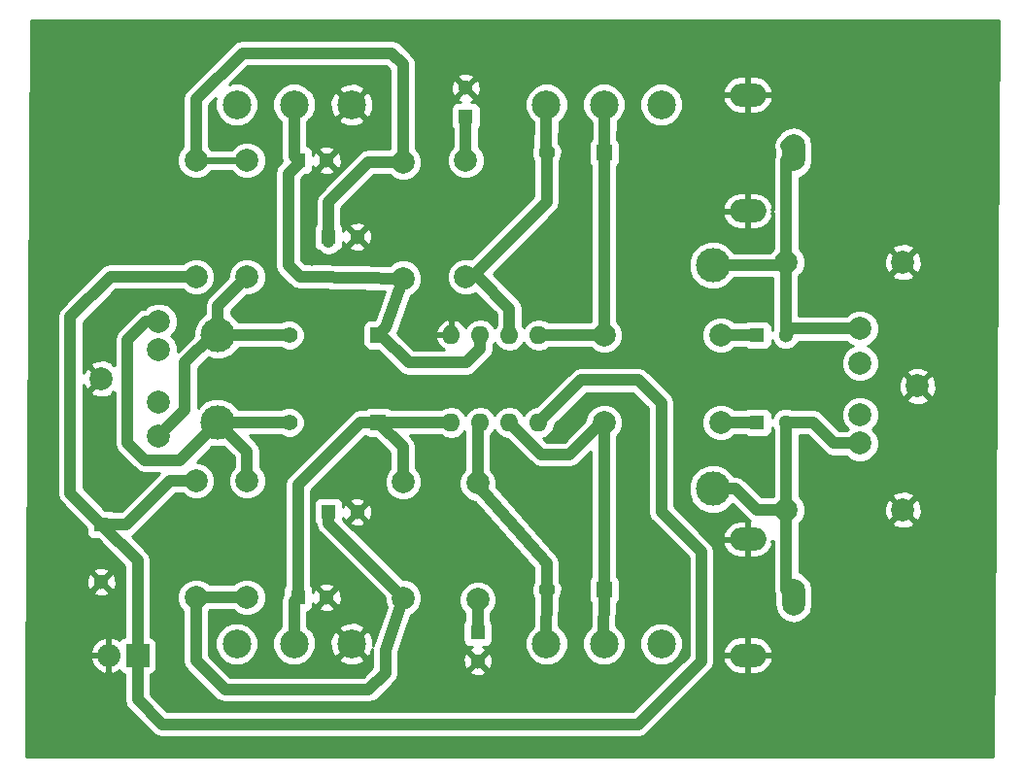
<source format=gbr>
G04 #@! TF.FileFunction,Copper,L1,Top,Signal*
%FSLAX46Y46*%
G04 Gerber Fmt 4.6, Leading zero omitted, Abs format (unit mm)*
G04 Created by KiCad (PCBNEW 4.0.3-stable) date 10/13/16 15:00:55*
%MOMM*%
%LPD*%
G01*
G04 APERTURE LIST*
%ADD10C,0.100000*%
%ADD11R,1.300000X1.300000*%
%ADD12C,1.300000*%
%ADD13R,1.400000X1.400000*%
%ADD14C,1.400000*%
%ADD15R,2.032000X2.032000*%
%ADD16O,2.032000X2.032000*%
%ADD17O,3.197860X1.998980*%
%ADD18O,1.998980X3.197860*%
%ADD19C,1.998980*%
%ADD20C,2.499360*%
%ADD21O,1.600000X1.600000*%
%ADD22C,3.000000*%
%ADD23C,2.000000*%
%ADD24C,1.000000*%
%ADD25C,0.600000*%
%ADD26C,0.254000*%
G04 APERTURE END LIST*
D10*
D11*
X116205000Y-85090000D03*
D12*
X116205000Y-90090000D03*
X138500000Y-60000000D03*
D11*
X136000000Y-60000000D03*
D13*
X140335000Y-68580000D03*
D14*
X132585000Y-68580000D03*
D11*
X173355000Y-68580000D03*
D12*
X175855000Y-68580000D03*
D13*
X160020000Y-52705000D03*
D14*
X155020000Y-52705000D03*
D11*
X133350000Y-53340000D03*
D12*
X135850000Y-53340000D03*
D11*
X147955000Y-49530000D03*
D12*
X147955000Y-47030000D03*
X138500000Y-84000000D03*
D11*
X136000000Y-84000000D03*
D13*
X140335000Y-76200000D03*
D14*
X132585000Y-76200000D03*
D11*
X173355000Y-76200000D03*
D12*
X175855000Y-76200000D03*
D13*
X160020000Y-90805000D03*
D14*
X155020000Y-90805000D03*
D11*
X133350000Y-91440000D03*
D12*
X135850000Y-91440000D03*
D11*
X149000000Y-94500000D03*
D12*
X149000000Y-97000000D03*
D15*
X119380000Y-96520000D03*
D16*
X116840000Y-96520000D03*
D17*
X172532040Y-47650400D03*
D18*
X176530000Y-52705000D03*
D17*
X172532040Y-57759600D03*
X172532040Y-86385400D03*
D18*
X176530000Y-91440000D03*
D17*
X172532040Y-96494600D03*
D19*
X124460000Y-53340000D03*
X124460000Y-63500000D03*
X128905000Y-53340000D03*
X128905000Y-63500000D03*
X142500000Y-53500000D03*
X142500000Y-63660000D03*
X170180000Y-68580000D03*
X160020000Y-68580000D03*
X186055000Y-62230000D03*
X175895000Y-62230000D03*
X147955000Y-63500000D03*
X147955000Y-53340000D03*
X124460000Y-91440000D03*
X124460000Y-81280000D03*
X128905000Y-91440000D03*
X128905000Y-81280000D03*
X142500000Y-91500000D03*
X142500000Y-81340000D03*
X170180000Y-76200000D03*
X160020000Y-76200000D03*
X186055000Y-83820000D03*
X175895000Y-83820000D03*
X149000000Y-81500000D03*
X149000000Y-91660000D03*
D20*
X160001260Y-48500000D03*
X165002520Y-48500000D03*
X155000000Y-48500000D03*
X133001260Y-48500000D03*
X138002520Y-48500000D03*
X128000000Y-48500000D03*
X159998740Y-95500000D03*
X154997480Y-95500000D03*
X165000000Y-95500000D03*
X132998740Y-95500000D03*
X127997480Y-95500000D03*
X138000000Y-95500000D03*
D21*
X154305000Y-68580000D03*
X151765000Y-68580000D03*
X149225000Y-68580000D03*
X146685000Y-68580000D03*
X146685000Y-76200000D03*
X149225000Y-76200000D03*
X151765000Y-76200000D03*
X154305000Y-76200000D03*
D22*
X169500000Y-62500000D03*
X169500000Y-82000000D03*
X126365000Y-68580000D03*
X126365000Y-76200000D03*
D23*
X116205000Y-72390000D03*
X121205000Y-67390000D03*
X121205000Y-77390000D03*
X121205000Y-69890000D03*
X121205000Y-74390000D03*
X187325000Y-73025000D03*
X182325000Y-78025000D03*
X182325000Y-68025000D03*
X182325000Y-75525000D03*
X182325000Y-71025000D03*
D24*
X119380000Y-96520000D02*
X119380000Y-100380000D01*
X165000000Y-79000000D02*
X165000000Y-74500000D01*
X165000000Y-74500000D02*
X163000000Y-72500000D01*
X163000000Y-72500000D02*
X158005000Y-72500000D01*
X158005000Y-72500000D02*
X154305000Y-76200000D01*
X165000000Y-84000000D02*
X165000000Y-79000000D01*
X168500000Y-87500000D02*
X165000000Y-84000000D01*
X168500000Y-97000000D02*
X168500000Y-87500000D01*
X163000000Y-102500000D02*
X168500000Y-97000000D01*
X121500000Y-102500000D02*
X163000000Y-102500000D01*
X119380000Y-100380000D02*
X121500000Y-102500000D01*
X119380000Y-96520000D02*
X119380000Y-88265000D01*
X119380000Y-88265000D02*
X116205000Y-85090000D01*
X124460000Y-63500000D02*
X117000000Y-63500000D01*
X113500000Y-82385000D02*
X116205000Y-85090000D01*
X113500000Y-67000000D02*
X113500000Y-82385000D01*
X117000000Y-63500000D02*
X113500000Y-67000000D01*
X124460000Y-81280000D02*
X122220000Y-81280000D01*
X122220000Y-81280000D02*
X118410000Y-85090000D01*
X118410000Y-85090000D02*
X116205000Y-85090000D01*
X146685000Y-68580000D02*
X146685000Y-68185000D01*
D25*
X135850000Y-53340000D02*
X135850000Y-53150000D01*
D24*
X142500000Y-53500000D02*
X142500000Y-48500000D01*
X124460000Y-48040000D02*
X124460000Y-53340000D01*
X128500000Y-44000000D02*
X124460000Y-48040000D01*
X141500000Y-44000000D02*
X128500000Y-44000000D01*
X142500000Y-45000000D02*
X141500000Y-44000000D01*
X142500000Y-48500000D02*
X142500000Y-45000000D01*
X142500000Y-53500000D02*
X139500000Y-53500000D01*
X136000000Y-60500000D02*
X136000000Y-60000000D01*
X136000000Y-57000000D02*
X136000000Y-60500000D01*
X139500000Y-53500000D02*
X136000000Y-57000000D01*
D25*
X124460000Y-53340000D02*
X128905000Y-53340000D01*
D24*
X133001260Y-48500000D02*
X133001260Y-52991260D01*
X133001260Y-52991260D02*
X133350000Y-53340000D01*
X140335000Y-68580000D02*
X140580000Y-68580000D01*
X140580000Y-68580000D02*
X143000000Y-71000000D01*
X149225000Y-69775000D02*
X149225000Y-68580000D01*
X148000000Y-71000000D02*
X149225000Y-69775000D01*
X143000000Y-71000000D02*
X148000000Y-71000000D01*
X142500000Y-63660000D02*
X140970000Y-67945000D01*
X140970000Y-67945000D02*
X140335000Y-68580000D01*
X142500000Y-63660000D02*
X134500000Y-63500000D01*
X132500000Y-54500000D02*
X133350000Y-53650000D01*
X132500000Y-62500000D02*
X132500000Y-54500000D01*
X133500000Y-63500000D02*
X132500000Y-62500000D01*
X134500000Y-63500000D02*
X133500000Y-63500000D01*
X133350000Y-53650000D02*
X133350000Y-53340000D01*
X126365000Y-68580000D02*
X125920000Y-68580000D01*
X125920000Y-68580000D02*
X123500000Y-71000000D01*
X123500000Y-75095000D02*
X121205000Y-77390000D01*
X123500000Y-71000000D02*
X123500000Y-75095000D01*
X126365000Y-68580000D02*
X126365000Y-66040000D01*
X126365000Y-66040000D02*
X128905000Y-63500000D01*
X126365000Y-68580000D02*
X132585000Y-68580000D01*
D25*
X126365000Y-68580000D02*
X126365000Y-67135000D01*
D24*
X173355000Y-68580000D02*
X170180000Y-68580000D01*
X169500000Y-62500000D02*
X175625000Y-62500000D01*
X175625000Y-62500000D02*
X175895000Y-62230000D01*
X175895000Y-52070000D02*
X176530000Y-52705000D01*
X175895000Y-62230000D02*
X175895000Y-53340000D01*
X175895000Y-53340000D02*
X176530000Y-52705000D01*
X175855000Y-68580000D02*
X175855000Y-62270000D01*
X175855000Y-62270000D02*
X175895000Y-62230000D01*
X182325000Y-68025000D02*
X176410000Y-68025000D01*
X176410000Y-68025000D02*
X175855000Y-68580000D01*
X160020000Y-52705000D02*
X160020000Y-68580000D01*
X160020000Y-68580000D02*
X154305000Y-68580000D01*
X160020000Y-52705000D02*
X160080000Y-48578740D01*
X160080000Y-48578740D02*
X160001260Y-48500000D01*
X155000000Y-48500000D02*
X154940000Y-52625000D01*
X154940000Y-52625000D02*
X155020000Y-52705000D01*
X147955000Y-63500000D02*
X148500000Y-63500000D01*
X148500000Y-63500000D02*
X155020000Y-56980000D01*
X155020000Y-56980000D02*
X155020000Y-52705000D01*
X147955000Y-63500000D02*
X149000000Y-63500000D01*
X151765000Y-66265000D02*
X151765000Y-68580000D01*
X149000000Y-63500000D02*
X151765000Y-66265000D01*
X147955000Y-49530000D02*
X147955000Y-53340000D01*
X136000000Y-85000000D02*
X142500000Y-91500000D01*
X136000000Y-84000000D02*
X136000000Y-85000000D01*
X124460000Y-96460000D02*
X124460000Y-96960000D01*
X140970000Y-98030000D02*
X139500000Y-99500000D01*
X139500000Y-99500000D02*
X127000000Y-99500000D01*
X140970000Y-96000000D02*
X140970000Y-98030000D01*
X124460000Y-96460000D02*
X124460000Y-91440000D01*
X124460000Y-96960000D02*
X127000000Y-99500000D01*
X124460000Y-91440000D02*
X128905000Y-91440000D01*
X140970000Y-96530000D02*
X140970000Y-96000000D01*
X140970000Y-96000000D02*
X142500000Y-91500000D01*
X133350000Y-91440000D02*
X133350000Y-81650000D01*
X138800000Y-76200000D02*
X140335000Y-76200000D01*
X133350000Y-81650000D02*
X138800000Y-76200000D01*
X142500000Y-81340000D02*
X142500000Y-78365000D01*
X142500000Y-78365000D02*
X140335000Y-76200000D01*
X132998740Y-95500000D02*
X132998740Y-91791260D01*
X132998740Y-91791260D02*
X133350000Y-91440000D01*
X146685000Y-76200000D02*
X140335000Y-76200000D01*
X140335000Y-76200000D02*
X140970000Y-76835000D01*
X126365000Y-76200000D02*
X132585000Y-76200000D01*
X128905000Y-81280000D02*
X128905000Y-78740000D01*
X128905000Y-78740000D02*
X126365000Y-76200000D01*
X121205000Y-67390000D02*
X120110000Y-67390000D01*
X123065000Y-79500000D02*
X126365000Y-76200000D01*
X120000000Y-79500000D02*
X123065000Y-79500000D01*
X118500000Y-78000000D02*
X120000000Y-79500000D01*
X118500000Y-69000000D02*
X118500000Y-78000000D01*
X120110000Y-67390000D02*
X118500000Y-69000000D01*
D25*
X126365000Y-76200000D02*
X126365000Y-75865000D01*
D24*
X170180000Y-76200000D02*
X173355000Y-76200000D01*
X169500000Y-82000000D02*
X171500000Y-82000000D01*
X173320000Y-83820000D02*
X175895000Y-83820000D01*
X171500000Y-82000000D02*
X173320000Y-83820000D01*
X175895000Y-83820000D02*
X175895000Y-90805000D01*
X175895000Y-90805000D02*
X176530000Y-91440000D01*
X175895000Y-83820000D02*
X175895000Y-76240000D01*
X175895000Y-76240000D02*
X175855000Y-76200000D01*
X175855000Y-76200000D02*
X178200000Y-76200000D01*
X180025000Y-78025000D02*
X182325000Y-78025000D01*
X178200000Y-76200000D02*
X180025000Y-78025000D01*
X160020000Y-90805000D02*
X160020000Y-76200000D01*
X160020000Y-76200000D02*
X159800000Y-76200000D01*
X159800000Y-76200000D02*
X157000000Y-79000000D01*
X157000000Y-79000000D02*
X154565000Y-79000000D01*
X154565000Y-79000000D02*
X151765000Y-76200000D01*
X160020000Y-90805000D02*
X159920000Y-95421260D01*
X159920000Y-95421260D02*
X159998740Y-95500000D01*
X149000000Y-81500000D02*
X149000000Y-76425000D01*
X149000000Y-76425000D02*
X149225000Y-76200000D01*
X155020000Y-90805000D02*
X155020000Y-88520000D01*
X155020000Y-88520000D02*
X149000000Y-81675000D01*
X149000000Y-81675000D02*
X149000000Y-81500000D01*
X155020000Y-90805000D02*
X154920000Y-95422520D01*
X154920000Y-95422520D02*
X154997480Y-95500000D01*
X149000000Y-94500000D02*
X149000000Y-91660000D01*
D26*
G36*
X193873981Y-105373000D02*
X109627988Y-105373000D01*
X109693647Y-96902946D01*
X115234017Y-96902946D01*
X115502812Y-97488379D01*
X115975182Y-97926385D01*
X116457056Y-98125975D01*
X116713000Y-98006836D01*
X116713000Y-96647000D01*
X115352633Y-96647000D01*
X115234017Y-96902946D01*
X109693647Y-96902946D01*
X109699584Y-96137054D01*
X115234017Y-96137054D01*
X115352633Y-96393000D01*
X116713000Y-96393000D01*
X116713000Y-95033164D01*
X116457056Y-94914025D01*
X115975182Y-95113615D01*
X115502812Y-95551621D01*
X115234017Y-96137054D01*
X109699584Y-96137054D01*
X109739491Y-90989016D01*
X115485590Y-90989016D01*
X115541271Y-91219611D01*
X116024078Y-91387622D01*
X116534428Y-91358083D01*
X116868729Y-91219611D01*
X116924410Y-90989016D01*
X116205000Y-90269605D01*
X115485590Y-90989016D01*
X109739491Y-90989016D01*
X109747863Y-89909078D01*
X114907378Y-89909078D01*
X114936917Y-90419428D01*
X115075389Y-90753729D01*
X115305984Y-90809410D01*
X116025395Y-90090000D01*
X116384605Y-90090000D01*
X117104016Y-90809410D01*
X117334611Y-90753729D01*
X117502622Y-90270922D01*
X117473083Y-89760572D01*
X117334611Y-89426271D01*
X117104016Y-89370590D01*
X116384605Y-90090000D01*
X116025395Y-90090000D01*
X115305984Y-89370590D01*
X115075389Y-89426271D01*
X114907378Y-89909078D01*
X109747863Y-89909078D01*
X109753429Y-89190984D01*
X115485590Y-89190984D01*
X116205000Y-89910395D01*
X116924410Y-89190984D01*
X116868729Y-88960389D01*
X116385922Y-88792378D01*
X115875572Y-88821917D01*
X115541271Y-88960389D01*
X115485590Y-89190984D01*
X109753429Y-89190984D01*
X109925453Y-67000000D01*
X112365000Y-67000000D01*
X112365000Y-82385000D01*
X112451397Y-82819346D01*
X112697434Y-83187566D01*
X114907560Y-85397692D01*
X114907560Y-85740000D01*
X114951838Y-85975317D01*
X115090910Y-86191441D01*
X115303110Y-86336431D01*
X115555000Y-86387440D01*
X115897308Y-86387440D01*
X118245000Y-88735132D01*
X118245000Y-94878951D01*
X118128683Y-94900838D01*
X117912559Y-95039910D01*
X117801160Y-95202948D01*
X117704818Y-95113615D01*
X117222944Y-94914025D01*
X116967000Y-95033164D01*
X116967000Y-96393000D01*
X116987000Y-96393000D01*
X116987000Y-96647000D01*
X116967000Y-96647000D01*
X116967000Y-98006836D01*
X117222944Y-98125975D01*
X117704818Y-97926385D01*
X117802398Y-97835903D01*
X117899910Y-97987441D01*
X118112110Y-98132431D01*
X118245000Y-98159342D01*
X118245000Y-100380000D01*
X118331397Y-100814346D01*
X118577434Y-101182566D01*
X120697434Y-103302566D01*
X121065654Y-103548603D01*
X121500000Y-103635000D01*
X163000000Y-103635000D01*
X163434346Y-103548603D01*
X163802566Y-103302566D01*
X169302566Y-97802566D01*
X169548604Y-97434345D01*
X169635000Y-97000000D01*
X169635000Y-96874954D01*
X170342981Y-96874954D01*
X170373927Y-97002759D01*
X170687038Y-97560556D01*
X171189775Y-97956071D01*
X171805600Y-98129090D01*
X172405040Y-98129090D01*
X172405040Y-96621600D01*
X172659040Y-96621600D01*
X172659040Y-98129090D01*
X173258480Y-98129090D01*
X173874305Y-97956071D01*
X174377042Y-97560556D01*
X174690153Y-97002759D01*
X174721099Y-96874954D01*
X174601745Y-96621600D01*
X172659040Y-96621600D01*
X172405040Y-96621600D01*
X170462335Y-96621600D01*
X170342981Y-96874954D01*
X169635000Y-96874954D01*
X169635000Y-96114246D01*
X170342981Y-96114246D01*
X170462335Y-96367600D01*
X172405040Y-96367600D01*
X172405040Y-94860110D01*
X172659040Y-94860110D01*
X172659040Y-96367600D01*
X174601745Y-96367600D01*
X174721099Y-96114246D01*
X174690153Y-95986441D01*
X174377042Y-95428644D01*
X173874305Y-95033129D01*
X173258480Y-94860110D01*
X172659040Y-94860110D01*
X172405040Y-94860110D01*
X171805600Y-94860110D01*
X171189775Y-95033129D01*
X170687038Y-95428644D01*
X170373927Y-95986441D01*
X170342981Y-96114246D01*
X169635000Y-96114246D01*
X169635000Y-87500000D01*
X169548603Y-87065654D01*
X169433613Y-86893559D01*
X169348217Y-86765754D01*
X170342981Y-86765754D01*
X170373927Y-86893559D01*
X170687038Y-87451356D01*
X171189775Y-87846871D01*
X171805600Y-88019890D01*
X172405040Y-88019890D01*
X172405040Y-86512400D01*
X170462335Y-86512400D01*
X170342981Y-86765754D01*
X169348217Y-86765754D01*
X169302566Y-86697433D01*
X168610179Y-86005046D01*
X170342981Y-86005046D01*
X170462335Y-86258400D01*
X172405040Y-86258400D01*
X172405040Y-84750910D01*
X171805600Y-84750910D01*
X171189775Y-84923929D01*
X170687038Y-85319444D01*
X170373927Y-85877241D01*
X170342981Y-86005046D01*
X168610179Y-86005046D01*
X166135000Y-83529868D01*
X166135000Y-82422815D01*
X167364630Y-82422815D01*
X167688980Y-83207800D01*
X168289041Y-83808909D01*
X169073459Y-84134628D01*
X169922815Y-84135370D01*
X170707800Y-83811020D01*
X171207279Y-83312411D01*
X172517434Y-84622566D01*
X172709514Y-84750910D01*
X172659040Y-84750910D01*
X172659040Y-86258400D01*
X172679040Y-86258400D01*
X172679040Y-86512400D01*
X172659040Y-86512400D01*
X172659040Y-88019890D01*
X173258480Y-88019890D01*
X173874305Y-87846871D01*
X174377042Y-87451356D01*
X174690153Y-86893559D01*
X174721099Y-86765754D01*
X174601746Y-86512402D01*
X174760000Y-86512402D01*
X174760000Y-90805000D01*
X174846397Y-91239346D01*
X174895510Y-91312849D01*
X174895510Y-92083205D01*
X175019928Y-92708697D01*
X175374241Y-93238964D01*
X175904508Y-93593277D01*
X176530000Y-93717695D01*
X177155492Y-93593277D01*
X177685759Y-93238964D01*
X178040072Y-92708697D01*
X178164490Y-92083205D01*
X178164490Y-90796795D01*
X178040072Y-90171303D01*
X177685759Y-89641036D01*
X177155492Y-89286723D01*
X177030000Y-89261761D01*
X177030000Y-84996484D01*
X177054363Y-84972163D01*
X185082443Y-84972163D01*
X185181042Y-85238965D01*
X185790582Y-85465401D01*
X186440377Y-85441341D01*
X186928958Y-85238965D01*
X187027557Y-84972163D01*
X186055000Y-83999605D01*
X185082443Y-84972163D01*
X177054363Y-84972163D01*
X177279846Y-84747073D01*
X177529206Y-84146547D01*
X177529722Y-83555582D01*
X184409599Y-83555582D01*
X184433659Y-84205377D01*
X184636035Y-84693958D01*
X184902837Y-84792557D01*
X185875395Y-83820000D01*
X186234605Y-83820000D01*
X187207163Y-84792557D01*
X187473965Y-84693958D01*
X187700401Y-84084418D01*
X187676341Y-83434623D01*
X187473965Y-82946042D01*
X187207163Y-82847443D01*
X186234605Y-83820000D01*
X185875395Y-83820000D01*
X184902837Y-82847443D01*
X184636035Y-82946042D01*
X184409599Y-83555582D01*
X177529722Y-83555582D01*
X177529774Y-83496306D01*
X177281462Y-82895345D01*
X177054351Y-82667837D01*
X185082443Y-82667837D01*
X186055000Y-83640395D01*
X187027557Y-82667837D01*
X186928958Y-82401035D01*
X186319418Y-82174599D01*
X185669623Y-82198659D01*
X185181042Y-82401035D01*
X185082443Y-82667837D01*
X177054351Y-82667837D01*
X177030000Y-82643444D01*
X177030000Y-77335000D01*
X177729868Y-77335000D01*
X179222434Y-78827566D01*
X179590654Y-79073603D01*
X180025000Y-79160000D01*
X181147796Y-79160000D01*
X181397637Y-79410278D01*
X181998352Y-79659716D01*
X182648795Y-79660284D01*
X183249943Y-79411894D01*
X183710278Y-78952363D01*
X183959716Y-78351648D01*
X183960284Y-77701205D01*
X183711894Y-77100057D01*
X183387241Y-76774836D01*
X183710278Y-76452363D01*
X183959716Y-75851648D01*
X183960284Y-75201205D01*
X183711894Y-74600057D01*
X183290107Y-74177532D01*
X186352073Y-74177532D01*
X186450736Y-74444387D01*
X187060461Y-74670908D01*
X187710460Y-74646856D01*
X188199264Y-74444387D01*
X188297927Y-74177532D01*
X187325000Y-73204605D01*
X186352073Y-74177532D01*
X183290107Y-74177532D01*
X183252363Y-74139722D01*
X182651648Y-73890284D01*
X182001205Y-73889716D01*
X181400057Y-74138106D01*
X180939722Y-74597637D01*
X180690284Y-75198352D01*
X180689716Y-75848795D01*
X180938106Y-76449943D01*
X181262759Y-76775164D01*
X181147722Y-76890000D01*
X180495132Y-76890000D01*
X179002566Y-75397434D01*
X178882731Y-75317363D01*
X178634346Y-75151397D01*
X178200000Y-75065000D01*
X176472427Y-75065000D01*
X176111724Y-74915223D01*
X175600519Y-74914777D01*
X175128057Y-75109995D01*
X174766265Y-75471155D01*
X174652440Y-75745276D01*
X174652440Y-75550000D01*
X174608162Y-75314683D01*
X174469090Y-75098559D01*
X174256890Y-74953569D01*
X174005000Y-74902560D01*
X172705000Y-74902560D01*
X172469683Y-74946838D01*
X172286054Y-75065000D01*
X171356484Y-75065000D01*
X171107073Y-74815154D01*
X170506547Y-74565794D01*
X169856306Y-74565226D01*
X169255345Y-74813538D01*
X168795154Y-75272927D01*
X168545794Y-75873453D01*
X168545226Y-76523694D01*
X168793538Y-77124655D01*
X169252927Y-77584846D01*
X169853453Y-77834206D01*
X170503694Y-77834774D01*
X171104655Y-77586462D01*
X171356556Y-77335000D01*
X172290025Y-77335000D01*
X172453110Y-77446431D01*
X172705000Y-77497440D01*
X174005000Y-77497440D01*
X174240317Y-77453162D01*
X174456441Y-77314090D01*
X174601431Y-77101890D01*
X174652440Y-76850000D01*
X174652440Y-76654540D01*
X174760000Y-76914854D01*
X174760000Y-82643516D01*
X174718444Y-82685000D01*
X173790132Y-82685000D01*
X172302566Y-81197434D01*
X172270946Y-81176306D01*
X171934346Y-80951397D01*
X171500000Y-80865000D01*
X171341100Y-80865000D01*
X171311020Y-80792200D01*
X170710959Y-80191091D01*
X169926541Y-79865372D01*
X169077185Y-79864630D01*
X168292200Y-80188980D01*
X167691091Y-80789041D01*
X167365372Y-81573459D01*
X167364630Y-82422815D01*
X166135000Y-82422815D01*
X166135000Y-74500000D01*
X166048603Y-74065654D01*
X165802566Y-73697434D01*
X164865593Y-72760461D01*
X185679092Y-72760461D01*
X185703144Y-73410460D01*
X185905613Y-73899264D01*
X186172468Y-73997927D01*
X187145395Y-73025000D01*
X187504605Y-73025000D01*
X188477532Y-73997927D01*
X188744387Y-73899264D01*
X188970908Y-73289539D01*
X188946856Y-72639540D01*
X188744387Y-72150736D01*
X188477532Y-72052073D01*
X187504605Y-73025000D01*
X187145395Y-73025000D01*
X186172468Y-72052073D01*
X185905613Y-72150736D01*
X185679092Y-72760461D01*
X164865593Y-72760461D01*
X163802566Y-71697434D01*
X163665146Y-71605613D01*
X163434346Y-71451397D01*
X163000000Y-71365000D01*
X158005000Y-71365000D01*
X157570654Y-71451397D01*
X157339854Y-71605613D01*
X157202434Y-71697434D01*
X154127717Y-74772151D01*
X153755849Y-74846120D01*
X153290302Y-75157189D01*
X153035000Y-75539275D01*
X152779698Y-75157189D01*
X152314151Y-74846120D01*
X151765000Y-74736887D01*
X151215849Y-74846120D01*
X150750302Y-75157189D01*
X150495000Y-75539275D01*
X150239698Y-75157189D01*
X149774151Y-74846120D01*
X149225000Y-74736887D01*
X148675849Y-74846120D01*
X148210302Y-75157189D01*
X147955000Y-75539275D01*
X147699698Y-75157189D01*
X147234151Y-74846120D01*
X146685000Y-74736887D01*
X146135849Y-74846120D01*
X145808272Y-75065000D01*
X141509669Y-75065000D01*
X141499090Y-75048559D01*
X141286890Y-74903569D01*
X141035000Y-74852560D01*
X139635000Y-74852560D01*
X139399683Y-74896838D01*
X139183559Y-75035910D01*
X139163683Y-75065000D01*
X138800000Y-75065000D01*
X138365654Y-75151397D01*
X138117269Y-75317363D01*
X137997434Y-75397434D01*
X132547434Y-80847434D01*
X132301397Y-81215654D01*
X132215000Y-81650000D01*
X132215000Y-90375025D01*
X132103569Y-90538110D01*
X132052560Y-90790000D01*
X132052560Y-91203627D01*
X131950137Y-91356914D01*
X131863740Y-91791260D01*
X131863740Y-93970003D01*
X131401918Y-94431021D01*
X131114388Y-95123469D01*
X131113734Y-95873241D01*
X131400054Y-96566191D01*
X131929761Y-97096822D01*
X132622209Y-97384352D01*
X133371981Y-97385006D01*
X134064931Y-97098686D01*
X134330991Y-96833089D01*
X136846517Y-96833089D01*
X136975725Y-97125859D01*
X137675883Y-97394071D01*
X138425384Y-97373928D01*
X139024275Y-97125859D01*
X139153483Y-96833089D01*
X138000000Y-95679605D01*
X136846517Y-96833089D01*
X134330991Y-96833089D01*
X134595562Y-96568979D01*
X134883092Y-95876531D01*
X134883703Y-95175883D01*
X136105929Y-95175883D01*
X136126072Y-95925384D01*
X136374141Y-96524275D01*
X136666911Y-96653483D01*
X137820395Y-95500000D01*
X136666911Y-94346517D01*
X136374141Y-94475725D01*
X136105929Y-95175883D01*
X134883703Y-95175883D01*
X134883746Y-95126759D01*
X134597426Y-94433809D01*
X134330993Y-94166911D01*
X136846517Y-94166911D01*
X138000000Y-95320395D01*
X139153483Y-94166911D01*
X139024275Y-93874141D01*
X138324117Y-93605929D01*
X137574616Y-93626072D01*
X136975725Y-93874141D01*
X136846517Y-94166911D01*
X134330993Y-94166911D01*
X134133740Y-93969314D01*
X134133740Y-92712275D01*
X134235317Y-92693162D01*
X134451441Y-92554090D01*
X134596431Y-92341890D01*
X134597012Y-92339016D01*
X135130590Y-92339016D01*
X135186271Y-92569611D01*
X135669078Y-92737622D01*
X136179428Y-92708083D01*
X136513729Y-92569611D01*
X136569410Y-92339016D01*
X135850000Y-91619605D01*
X135130590Y-92339016D01*
X134597012Y-92339016D01*
X134647440Y-92090000D01*
X134647440Y-91927615D01*
X134720389Y-92103729D01*
X134950984Y-92159410D01*
X135670395Y-91440000D01*
X136029605Y-91440000D01*
X136749016Y-92159410D01*
X136979611Y-92103729D01*
X137147622Y-91620922D01*
X137118083Y-91110572D01*
X136979611Y-90776271D01*
X136749016Y-90720590D01*
X136029605Y-91440000D01*
X135670395Y-91440000D01*
X134950984Y-90720590D01*
X134720389Y-90776271D01*
X134647440Y-90985902D01*
X134647440Y-90790000D01*
X134603162Y-90554683D01*
X134594347Y-90540984D01*
X135130590Y-90540984D01*
X135850000Y-91260395D01*
X136569410Y-90540984D01*
X136513729Y-90310389D01*
X136030922Y-90142378D01*
X135520572Y-90171917D01*
X135186271Y-90310389D01*
X135130590Y-90540984D01*
X134594347Y-90540984D01*
X134485000Y-90371054D01*
X134485000Y-82120132D01*
X139220089Y-77385043D01*
X139383110Y-77496431D01*
X139635000Y-77547440D01*
X140077308Y-77547440D01*
X141365000Y-78835132D01*
X141365000Y-80163516D01*
X141115154Y-80412927D01*
X140865794Y-81013453D01*
X140865226Y-81663694D01*
X141113538Y-82264655D01*
X141572927Y-82724846D01*
X142173453Y-82974206D01*
X142823694Y-82974774D01*
X143424655Y-82726462D01*
X143884846Y-82267073D01*
X144134206Y-81666547D01*
X144134774Y-81016306D01*
X143886462Y-80415345D01*
X143635000Y-80163444D01*
X143635000Y-78365000D01*
X143548603Y-77930654D01*
X143302566Y-77562434D01*
X143075132Y-77335000D01*
X145808272Y-77335000D01*
X146135849Y-77553880D01*
X146685000Y-77663113D01*
X147234151Y-77553880D01*
X147699698Y-77242811D01*
X147865000Y-76995419D01*
X147865000Y-80323516D01*
X147615154Y-80572927D01*
X147365794Y-81173453D01*
X147365226Y-81823694D01*
X147613538Y-82424655D01*
X148072927Y-82884846D01*
X148673453Y-83134206D01*
X148771909Y-83134292D01*
X153885000Y-88948097D01*
X153885000Y-90057193D01*
X153685232Y-90538287D01*
X153684769Y-91069383D01*
X153869334Y-91516067D01*
X153815168Y-94017233D01*
X153400658Y-94431021D01*
X153113128Y-95123469D01*
X153112474Y-95873241D01*
X153398794Y-96566191D01*
X153928501Y-97096822D01*
X154620949Y-97384352D01*
X155370721Y-97385006D01*
X156063671Y-97098686D01*
X156594302Y-96568979D01*
X156881832Y-95876531D01*
X156882486Y-95126759D01*
X156596166Y-94433809D01*
X156087709Y-93924465D01*
X156138597Y-91574683D01*
X156151098Y-91562204D01*
X156354768Y-91071713D01*
X156355231Y-90540617D01*
X156155000Y-90056020D01*
X156155000Y-88520000D01*
X156118757Y-88337796D01*
X156094250Y-88153651D01*
X156075789Y-88121779D01*
X156068603Y-88085654D01*
X155965395Y-87931192D01*
X155872282Y-87770440D01*
X150634216Y-81814533D01*
X150634774Y-81176306D01*
X150386462Y-80575345D01*
X150135000Y-80323444D01*
X150135000Y-77312768D01*
X150239698Y-77242811D01*
X150495000Y-76860725D01*
X150750302Y-77242811D01*
X151215849Y-77553880D01*
X151587717Y-77627849D01*
X153762434Y-79802566D01*
X154130654Y-80048603D01*
X154565000Y-80135000D01*
X157000000Y-80135000D01*
X157434346Y-80048603D01*
X157802566Y-79802566D01*
X158885000Y-78720132D01*
X158885000Y-89630331D01*
X158868559Y-89640910D01*
X158723569Y-89853110D01*
X158672560Y-90105000D01*
X158672560Y-91505000D01*
X158716838Y-91740317D01*
X158855910Y-91956441D01*
X158859734Y-91959054D01*
X158815120Y-94018538D01*
X158401918Y-94431021D01*
X158114388Y-95123469D01*
X158113734Y-95873241D01*
X158400054Y-96566191D01*
X158929761Y-97096822D01*
X159622209Y-97384352D01*
X160371981Y-97385006D01*
X161064931Y-97098686D01*
X161595562Y-96568979D01*
X161883092Y-95876531D01*
X161883094Y-95873241D01*
X163114994Y-95873241D01*
X163401314Y-96566191D01*
X163931021Y-97096822D01*
X164623469Y-97384352D01*
X165373241Y-97385006D01*
X166066191Y-97098686D01*
X166596822Y-96568979D01*
X166884352Y-95876531D01*
X166885006Y-95126759D01*
X166598686Y-94433809D01*
X166068979Y-93903178D01*
X165376531Y-93615648D01*
X164626759Y-93614994D01*
X163933809Y-93901314D01*
X163403178Y-94431021D01*
X163115648Y-95123469D01*
X163114994Y-95873241D01*
X161883094Y-95873241D01*
X161883746Y-95126759D01*
X161597426Y-94433809D01*
X161087718Y-93923212D01*
X161129464Y-91996101D01*
X161171441Y-91969090D01*
X161316431Y-91756890D01*
X161367440Y-91505000D01*
X161367440Y-90105000D01*
X161323162Y-89869683D01*
X161184090Y-89653559D01*
X161155000Y-89633683D01*
X161155000Y-77376484D01*
X161404846Y-77127073D01*
X161654206Y-76526547D01*
X161654774Y-75876306D01*
X161406462Y-75275345D01*
X160947073Y-74815154D01*
X160346547Y-74565794D01*
X159696306Y-74565226D01*
X159095345Y-74813538D01*
X158635154Y-75272927D01*
X158385794Y-75873453D01*
X158385675Y-76009193D01*
X156529868Y-77865000D01*
X155035132Y-77865000D01*
X154745603Y-77575471D01*
X154854151Y-77553880D01*
X155319698Y-77242811D01*
X155630767Y-76777264D01*
X155704736Y-76405396D01*
X158475132Y-73635000D01*
X162529868Y-73635000D01*
X163865000Y-74970132D01*
X163865000Y-84000000D01*
X163951397Y-84434346D01*
X164141871Y-84719410D01*
X164197434Y-84802566D01*
X167365000Y-87970133D01*
X167365000Y-96529868D01*
X162529868Y-101365000D01*
X121970132Y-101365000D01*
X120515000Y-99909868D01*
X120515000Y-98161049D01*
X120631317Y-98139162D01*
X120847441Y-98000090D01*
X120992431Y-97787890D01*
X121043440Y-97536000D01*
X121043440Y-95504000D01*
X120999162Y-95268683D01*
X120860090Y-95052559D01*
X120647890Y-94907569D01*
X120515000Y-94880658D01*
X120515000Y-91763694D01*
X122825226Y-91763694D01*
X123073538Y-92364655D01*
X123325000Y-92616556D01*
X123325000Y-96960000D01*
X123411397Y-97394346D01*
X123628598Y-97719410D01*
X123657434Y-97762566D01*
X126197433Y-100302566D01*
X126565654Y-100548603D01*
X127000000Y-100635000D01*
X139500000Y-100635000D01*
X139934346Y-100548603D01*
X140302566Y-100302566D01*
X141772566Y-98832566D01*
X141862859Y-98697433D01*
X142018603Y-98464346D01*
X142105000Y-98030000D01*
X142105000Y-97899016D01*
X148280590Y-97899016D01*
X148336271Y-98129611D01*
X148819078Y-98297622D01*
X149329428Y-98268083D01*
X149663729Y-98129611D01*
X149719410Y-97899016D01*
X149000000Y-97179605D01*
X148280590Y-97899016D01*
X142105000Y-97899016D01*
X142105000Y-96819078D01*
X147702378Y-96819078D01*
X147731917Y-97329428D01*
X147870389Y-97663729D01*
X148100984Y-97719410D01*
X148820395Y-97000000D01*
X149179605Y-97000000D01*
X149899016Y-97719410D01*
X150129611Y-97663729D01*
X150297622Y-97180922D01*
X150268083Y-96670572D01*
X150129611Y-96336271D01*
X149899016Y-96280590D01*
X149179605Y-97000000D01*
X148820395Y-97000000D01*
X148100984Y-96280590D01*
X147870389Y-96336271D01*
X147702378Y-96819078D01*
X142105000Y-96819078D01*
X142105000Y-96187675D01*
X143195173Y-92981282D01*
X143424655Y-92886462D01*
X143884846Y-92427073D01*
X144068952Y-91983694D01*
X147365226Y-91983694D01*
X147613538Y-92584655D01*
X147865000Y-92836556D01*
X147865000Y-93435025D01*
X147753569Y-93598110D01*
X147702560Y-93850000D01*
X147702560Y-95150000D01*
X147746838Y-95385317D01*
X147885910Y-95601441D01*
X148098110Y-95746431D01*
X148350000Y-95797440D01*
X148512385Y-95797440D01*
X148336271Y-95870389D01*
X148280590Y-96100984D01*
X149000000Y-96820395D01*
X149719410Y-96100984D01*
X149663729Y-95870389D01*
X149454098Y-95797440D01*
X149650000Y-95797440D01*
X149885317Y-95753162D01*
X150101441Y-95614090D01*
X150246431Y-95401890D01*
X150297440Y-95150000D01*
X150297440Y-93850000D01*
X150253162Y-93614683D01*
X150135000Y-93431054D01*
X150135000Y-92836484D01*
X150384846Y-92587073D01*
X150634206Y-91986547D01*
X150634774Y-91336306D01*
X150386462Y-90735345D01*
X149927073Y-90275154D01*
X149326547Y-90025794D01*
X148676306Y-90025226D01*
X148075345Y-90273538D01*
X147615154Y-90732927D01*
X147365794Y-91333453D01*
X147365226Y-91983694D01*
X144068952Y-91983694D01*
X144134206Y-91826547D01*
X144134774Y-91176306D01*
X143886462Y-90575345D01*
X143427073Y-90115154D01*
X142826547Y-89865794D01*
X142470615Y-89865483D01*
X137504148Y-84899016D01*
X137780590Y-84899016D01*
X137836271Y-85129611D01*
X138319078Y-85297622D01*
X138829428Y-85268083D01*
X139163729Y-85129611D01*
X139219410Y-84899016D01*
X138500000Y-84179605D01*
X137780590Y-84899016D01*
X137504148Y-84899016D01*
X137290315Y-84685183D01*
X137297440Y-84650000D01*
X137297440Y-84487615D01*
X137370389Y-84663729D01*
X137600984Y-84719410D01*
X138320395Y-84000000D01*
X138679605Y-84000000D01*
X139399016Y-84719410D01*
X139629611Y-84663729D01*
X139797622Y-84180922D01*
X139768083Y-83670572D01*
X139629611Y-83336271D01*
X139399016Y-83280590D01*
X138679605Y-84000000D01*
X138320395Y-84000000D01*
X137600984Y-83280590D01*
X137370389Y-83336271D01*
X137297440Y-83545902D01*
X137297440Y-83350000D01*
X137253162Y-83114683D01*
X137244347Y-83100984D01*
X137780590Y-83100984D01*
X138500000Y-83820395D01*
X139219410Y-83100984D01*
X139163729Y-82870389D01*
X138680922Y-82702378D01*
X138170572Y-82731917D01*
X137836271Y-82870389D01*
X137780590Y-83100984D01*
X137244347Y-83100984D01*
X137114090Y-82898559D01*
X136901890Y-82753569D01*
X136650000Y-82702560D01*
X135350000Y-82702560D01*
X135114683Y-82746838D01*
X134898559Y-82885910D01*
X134753569Y-83098110D01*
X134702560Y-83350000D01*
X134702560Y-84650000D01*
X134746838Y-84885317D01*
X134884850Y-85099794D01*
X134951397Y-85434346D01*
X135155629Y-85740000D01*
X135197434Y-85802566D01*
X140865534Y-91470666D01*
X140865226Y-91823694D01*
X141044015Y-92256398D01*
X139895413Y-95634640D01*
X139890066Y-95675100D01*
X139873928Y-95074616D01*
X139625859Y-94475725D01*
X139333089Y-94346517D01*
X138179605Y-95500000D01*
X139333089Y-96653483D01*
X139625859Y-96524275D01*
X139843970Y-95954903D01*
X139835000Y-96000000D01*
X139835000Y-97559868D01*
X139029868Y-98365000D01*
X127470133Y-98365000D01*
X125595000Y-96489868D01*
X125595000Y-95873241D01*
X126112474Y-95873241D01*
X126398794Y-96566191D01*
X126928501Y-97096822D01*
X127620949Y-97384352D01*
X128370721Y-97385006D01*
X129063671Y-97098686D01*
X129594302Y-96568979D01*
X129881832Y-95876531D01*
X129882486Y-95126759D01*
X129596166Y-94433809D01*
X129066459Y-93903178D01*
X128374011Y-93615648D01*
X127624239Y-93614994D01*
X126931289Y-93901314D01*
X126400658Y-94431021D01*
X126113128Y-95123469D01*
X126112474Y-95873241D01*
X125595000Y-95873241D01*
X125595000Y-92616484D01*
X125636556Y-92575000D01*
X127728516Y-92575000D01*
X127977927Y-92824846D01*
X128578453Y-93074206D01*
X129228694Y-93074774D01*
X129829655Y-92826462D01*
X130289846Y-92367073D01*
X130539206Y-91766547D01*
X130539774Y-91116306D01*
X130291462Y-90515345D01*
X129832073Y-90055154D01*
X129231547Y-89805794D01*
X128581306Y-89805226D01*
X127980345Y-90053538D01*
X127728444Y-90305000D01*
X125636484Y-90305000D01*
X125387073Y-90055154D01*
X124786547Y-89805794D01*
X124136306Y-89805226D01*
X123535345Y-90053538D01*
X123075154Y-90512927D01*
X122825794Y-91113453D01*
X122825226Y-91763694D01*
X120515000Y-91763694D01*
X120515000Y-88265000D01*
X120428603Y-87830654D01*
X120182566Y-87462434D01*
X118852972Y-86132840D01*
X119212566Y-85892566D01*
X122690132Y-82415000D01*
X123283516Y-82415000D01*
X123532927Y-82664846D01*
X124133453Y-82914206D01*
X124783694Y-82914774D01*
X125384655Y-82666462D01*
X125844846Y-82207073D01*
X126094206Y-81606547D01*
X126094774Y-80956306D01*
X125846462Y-80355345D01*
X125387073Y-79895154D01*
X124786547Y-79645794D01*
X124524567Y-79645565D01*
X125865711Y-78304421D01*
X125938459Y-78334628D01*
X126787815Y-78335370D01*
X126863829Y-78303962D01*
X127770000Y-79210133D01*
X127770000Y-80103516D01*
X127520154Y-80352927D01*
X127270794Y-80953453D01*
X127270226Y-81603694D01*
X127518538Y-82204655D01*
X127977927Y-82664846D01*
X128578453Y-82914206D01*
X129228694Y-82914774D01*
X129829655Y-82666462D01*
X130289846Y-82207073D01*
X130539206Y-81606547D01*
X130539774Y-80956306D01*
X130291462Y-80355345D01*
X130040000Y-80103444D01*
X130040000Y-78740000D01*
X129953603Y-78305654D01*
X129756735Y-78011020D01*
X129707566Y-77937433D01*
X129105133Y-77335000D01*
X131837193Y-77335000D01*
X132318287Y-77534768D01*
X132849383Y-77535231D01*
X133340229Y-77332418D01*
X133716098Y-76957204D01*
X133919768Y-76466713D01*
X133920231Y-75935617D01*
X133717418Y-75444771D01*
X133342204Y-75068902D01*
X132851713Y-74865232D01*
X132320617Y-74864769D01*
X131836020Y-75065000D01*
X128206100Y-75065000D01*
X128176020Y-74992200D01*
X127575959Y-74391091D01*
X126791541Y-74065372D01*
X125942185Y-74064630D01*
X125157200Y-74388980D01*
X124635000Y-74910270D01*
X124635000Y-71470132D01*
X125551276Y-70553856D01*
X125938459Y-70714628D01*
X126787815Y-70715370D01*
X127572800Y-70391020D01*
X128173909Y-69790959D01*
X128205450Y-69715000D01*
X131837193Y-69715000D01*
X132318287Y-69914768D01*
X132849383Y-69915231D01*
X133340229Y-69712418D01*
X133716098Y-69337204D01*
X133919768Y-68846713D01*
X133920231Y-68315617D01*
X133717418Y-67824771D01*
X133342204Y-67448902D01*
X132851713Y-67245232D01*
X132320617Y-67244769D01*
X131836020Y-67445000D01*
X128206100Y-67445000D01*
X128176020Y-67372200D01*
X127575959Y-66771091D01*
X127500000Y-66739550D01*
X127500000Y-66510132D01*
X128875667Y-65134466D01*
X129228694Y-65134774D01*
X129829655Y-64886462D01*
X130289846Y-64427073D01*
X130539206Y-63826547D01*
X130539774Y-63176306D01*
X130291462Y-62575345D01*
X129832073Y-62115154D01*
X129231547Y-61865794D01*
X128581306Y-61865226D01*
X127980345Y-62113538D01*
X127520154Y-62572927D01*
X127270794Y-63173453D01*
X127270483Y-63529384D01*
X125562434Y-65237434D01*
X125316397Y-65605654D01*
X125230000Y-66040000D01*
X125230000Y-66738900D01*
X125157200Y-66768980D01*
X124556091Y-67369041D01*
X124230372Y-68153459D01*
X124229925Y-68664943D01*
X122839857Y-70055011D01*
X122840284Y-69566205D01*
X122591894Y-68965057D01*
X122267241Y-68639836D01*
X122590278Y-68317363D01*
X122839716Y-67716648D01*
X122840284Y-67066205D01*
X122591894Y-66465057D01*
X122132363Y-66004722D01*
X121531648Y-65755284D01*
X120881205Y-65754716D01*
X120280057Y-66003106D01*
X120007248Y-66275439D01*
X119675654Y-66341397D01*
X119340030Y-66565654D01*
X119307434Y-66587434D01*
X117697434Y-68197434D01*
X117451397Y-68565654D01*
X117365000Y-69000000D01*
X117365000Y-71195980D01*
X117292206Y-71123186D01*
X117177926Y-71237466D01*
X117079264Y-70970613D01*
X116469539Y-70744092D01*
X115819540Y-70768144D01*
X115330736Y-70970613D01*
X115232073Y-71237468D01*
X116205000Y-72210395D01*
X116219143Y-72196253D01*
X116398748Y-72375858D01*
X116384605Y-72390000D01*
X116398748Y-72404143D01*
X116219143Y-72583748D01*
X116205000Y-72569605D01*
X115232073Y-73542532D01*
X115330736Y-73809387D01*
X115940461Y-74035908D01*
X116590460Y-74011856D01*
X117079264Y-73809387D01*
X117177926Y-73542534D01*
X117292206Y-73656814D01*
X117365000Y-73584020D01*
X117365000Y-78000000D01*
X117451397Y-78434346D01*
X117695282Y-78799345D01*
X117697434Y-78802566D01*
X119197434Y-80302566D01*
X119565654Y-80548603D01*
X120000000Y-80635000D01*
X121259868Y-80635000D01*
X117939868Y-83955000D01*
X117269975Y-83955000D01*
X117106890Y-83843569D01*
X116855000Y-83792560D01*
X116512692Y-83792560D01*
X114635000Y-81914868D01*
X114635000Y-72900652D01*
X114785613Y-73264264D01*
X115052468Y-73362927D01*
X116025395Y-72390000D01*
X115052468Y-71417073D01*
X114785613Y-71515736D01*
X114635000Y-71921140D01*
X114635000Y-67470132D01*
X117470133Y-64635000D01*
X123283516Y-64635000D01*
X123532927Y-64884846D01*
X124133453Y-65134206D01*
X124783694Y-65134774D01*
X125384655Y-64886462D01*
X125844846Y-64427073D01*
X126094206Y-63826547D01*
X126094774Y-63176306D01*
X125846462Y-62575345D01*
X125387073Y-62115154D01*
X124786547Y-61865794D01*
X124136306Y-61865226D01*
X123535345Y-62113538D01*
X123283444Y-62365000D01*
X117000000Y-62365000D01*
X116608266Y-62442921D01*
X116565654Y-62451397D01*
X116197433Y-62697434D01*
X112697434Y-66197434D01*
X112451397Y-66565654D01*
X112365000Y-67000000D01*
X109925453Y-67000000D01*
X110028835Y-53663694D01*
X122825226Y-53663694D01*
X123073538Y-54264655D01*
X123532927Y-54724846D01*
X124133453Y-54974206D01*
X124783694Y-54974774D01*
X125384655Y-54726462D01*
X125836905Y-54275000D01*
X127528865Y-54275000D01*
X127977927Y-54724846D01*
X128578453Y-54974206D01*
X129228694Y-54974774D01*
X129829655Y-54726462D01*
X130289846Y-54267073D01*
X130539206Y-53666547D01*
X130539774Y-53016306D01*
X130291462Y-52415345D01*
X129832073Y-51955154D01*
X129231547Y-51705794D01*
X128581306Y-51705226D01*
X127980345Y-51953538D01*
X127528095Y-52405000D01*
X125836135Y-52405000D01*
X125595000Y-52163444D01*
X125595000Y-48510132D01*
X126210790Y-47894342D01*
X126115648Y-48123469D01*
X126114994Y-48873241D01*
X126401314Y-49566191D01*
X126931021Y-50096822D01*
X127623469Y-50384352D01*
X128373241Y-50385006D01*
X129066191Y-50098686D01*
X129596822Y-49568979D01*
X129884352Y-48876531D01*
X129884354Y-48873241D01*
X131116254Y-48873241D01*
X131402574Y-49566191D01*
X131866260Y-50030686D01*
X131866260Y-52991260D01*
X131952657Y-53425606D01*
X131959308Y-53435560D01*
X131697434Y-53697434D01*
X131451397Y-54065654D01*
X131365000Y-54500000D01*
X131365000Y-62500000D01*
X131451397Y-62934346D01*
X131611560Y-63174046D01*
X131697434Y-63302566D01*
X132697434Y-64302567D01*
X133065655Y-64548604D01*
X133500000Y-64635000D01*
X134488655Y-64635000D01*
X140900895Y-64763245D01*
X140019202Y-67232560D01*
X139635000Y-67232560D01*
X139399683Y-67276838D01*
X139183559Y-67415910D01*
X139038569Y-67628110D01*
X138987560Y-67880000D01*
X138987560Y-69280000D01*
X139031838Y-69515317D01*
X139170910Y-69731441D01*
X139383110Y-69876431D01*
X139635000Y-69927440D01*
X140322308Y-69927440D01*
X142197434Y-71802566D01*
X142565654Y-72048603D01*
X143000000Y-72135000D01*
X148000000Y-72135000D01*
X148434346Y-72048603D01*
X148802566Y-71802566D01*
X150027566Y-70577566D01*
X150273604Y-70209345D01*
X150360000Y-69775000D01*
X150360000Y-69442767D01*
X150495000Y-69240725D01*
X150750302Y-69622811D01*
X151215849Y-69933880D01*
X151765000Y-70043113D01*
X152314151Y-69933880D01*
X152779698Y-69622811D01*
X153035000Y-69240725D01*
X153290302Y-69622811D01*
X153755849Y-69933880D01*
X154305000Y-70043113D01*
X154854151Y-69933880D01*
X155181728Y-69715000D01*
X158843516Y-69715000D01*
X159092927Y-69964846D01*
X159693453Y-70214206D01*
X160343694Y-70214774D01*
X160944655Y-69966462D01*
X161404846Y-69507073D01*
X161654206Y-68906547D01*
X161654774Y-68256306D01*
X161406462Y-67655345D01*
X161155000Y-67403444D01*
X161155000Y-62922815D01*
X167364630Y-62922815D01*
X167688980Y-63707800D01*
X168289041Y-64308909D01*
X169073459Y-64634628D01*
X169922815Y-64635370D01*
X170707800Y-64311020D01*
X171308909Y-63710959D01*
X171340450Y-63635000D01*
X174720000Y-63635000D01*
X174720000Y-67962573D01*
X174652440Y-68125276D01*
X174652440Y-67930000D01*
X174608162Y-67694683D01*
X174469090Y-67478559D01*
X174256890Y-67333569D01*
X174005000Y-67282560D01*
X172705000Y-67282560D01*
X172469683Y-67326838D01*
X172286054Y-67445000D01*
X171356484Y-67445000D01*
X171107073Y-67195154D01*
X170506547Y-66945794D01*
X169856306Y-66945226D01*
X169255345Y-67193538D01*
X168795154Y-67652927D01*
X168545794Y-68253453D01*
X168545226Y-68903694D01*
X168793538Y-69504655D01*
X169252927Y-69964846D01*
X169853453Y-70214206D01*
X170503694Y-70214774D01*
X171104655Y-69966462D01*
X171356556Y-69715000D01*
X172290025Y-69715000D01*
X172453110Y-69826431D01*
X172705000Y-69877440D01*
X174005000Y-69877440D01*
X174240317Y-69833162D01*
X174456441Y-69694090D01*
X174601431Y-69481890D01*
X174652440Y-69230000D01*
X174652440Y-69034540D01*
X174764995Y-69306943D01*
X175126155Y-69668735D01*
X175598276Y-69864777D01*
X176109481Y-69865223D01*
X176581943Y-69670005D01*
X176943735Y-69308845D01*
X177005541Y-69160000D01*
X181147796Y-69160000D01*
X181397637Y-69410278D01*
X181673856Y-69524974D01*
X181400057Y-69638106D01*
X180939722Y-70097637D01*
X180690284Y-70698352D01*
X180689716Y-71348795D01*
X180938106Y-71949943D01*
X181397637Y-72410278D01*
X181998352Y-72659716D01*
X182648795Y-72660284D01*
X183249943Y-72411894D01*
X183710278Y-71952363D01*
X183743453Y-71872468D01*
X186352073Y-71872468D01*
X187325000Y-72845395D01*
X188297927Y-71872468D01*
X188199264Y-71605613D01*
X187589539Y-71379092D01*
X186939540Y-71403144D01*
X186450736Y-71605613D01*
X186352073Y-71872468D01*
X183743453Y-71872468D01*
X183959716Y-71351648D01*
X183960284Y-70701205D01*
X183711894Y-70100057D01*
X183252363Y-69639722D01*
X182976144Y-69525026D01*
X183249943Y-69411894D01*
X183710278Y-68952363D01*
X183959716Y-68351648D01*
X183960284Y-67701205D01*
X183711894Y-67100057D01*
X183252363Y-66639722D01*
X182651648Y-66390284D01*
X182001205Y-66389716D01*
X181400057Y-66638106D01*
X181147722Y-66890000D01*
X176990000Y-66890000D01*
X176990000Y-63446414D01*
X177054363Y-63382163D01*
X185082443Y-63382163D01*
X185181042Y-63648965D01*
X185790582Y-63875401D01*
X186440377Y-63851341D01*
X186928958Y-63648965D01*
X187027557Y-63382163D01*
X186055000Y-62409605D01*
X185082443Y-63382163D01*
X177054363Y-63382163D01*
X177279846Y-63157073D01*
X177529206Y-62556547D01*
X177529722Y-61965582D01*
X184409599Y-61965582D01*
X184433659Y-62615377D01*
X184636035Y-63103958D01*
X184902837Y-63202557D01*
X185875395Y-62230000D01*
X186234605Y-62230000D01*
X187207163Y-63202557D01*
X187473965Y-63103958D01*
X187700401Y-62494418D01*
X187676341Y-61844623D01*
X187473965Y-61356042D01*
X187207163Y-61257443D01*
X186234605Y-62230000D01*
X185875395Y-62230000D01*
X184902837Y-61257443D01*
X184636035Y-61356042D01*
X184409599Y-61965582D01*
X177529722Y-61965582D01*
X177529774Y-61906306D01*
X177281462Y-61305345D01*
X177054351Y-61077837D01*
X185082443Y-61077837D01*
X186055000Y-62050395D01*
X187027557Y-61077837D01*
X186928958Y-60811035D01*
X186319418Y-60584599D01*
X185669623Y-60608659D01*
X185181042Y-60811035D01*
X185082443Y-61077837D01*
X177054351Y-61077837D01*
X177030000Y-61053444D01*
X177030000Y-54883239D01*
X177155492Y-54858277D01*
X177685759Y-54503964D01*
X178040072Y-53973697D01*
X178164490Y-53348205D01*
X178164490Y-52061795D01*
X178040072Y-51436303D01*
X177685759Y-50906036D01*
X177155492Y-50551723D01*
X176530000Y-50427305D01*
X175904508Y-50551723D01*
X175374241Y-50906036D01*
X175165290Y-51218753D01*
X175092434Y-51267434D01*
X174846397Y-51635655D01*
X174760000Y-52070000D01*
X174846397Y-52504345D01*
X174895510Y-52577848D01*
X174895510Y-52832151D01*
X174846397Y-52905654D01*
X174760000Y-53340000D01*
X174760000Y-57632598D01*
X174601746Y-57632598D01*
X174721099Y-57379246D01*
X174690153Y-57251441D01*
X174377042Y-56693644D01*
X173874305Y-56298129D01*
X173258480Y-56125110D01*
X172659040Y-56125110D01*
X172659040Y-57632600D01*
X172679040Y-57632600D01*
X172679040Y-57886600D01*
X172659040Y-57886600D01*
X172659040Y-59394090D01*
X173258480Y-59394090D01*
X173874305Y-59221071D01*
X174377042Y-58825556D01*
X174690153Y-58267759D01*
X174721099Y-58139954D01*
X174601746Y-57886602D01*
X174760000Y-57886602D01*
X174760000Y-61053516D01*
X174510154Y-61302927D01*
X174484379Y-61365000D01*
X171341100Y-61365000D01*
X171311020Y-61292200D01*
X170710959Y-60691091D01*
X169926541Y-60365372D01*
X169077185Y-60364630D01*
X168292200Y-60688980D01*
X167691091Y-61289041D01*
X167365372Y-62073459D01*
X167364630Y-62922815D01*
X161155000Y-62922815D01*
X161155000Y-58139954D01*
X170342981Y-58139954D01*
X170373927Y-58267759D01*
X170687038Y-58825556D01*
X171189775Y-59221071D01*
X171805600Y-59394090D01*
X172405040Y-59394090D01*
X172405040Y-57886600D01*
X170462335Y-57886600D01*
X170342981Y-58139954D01*
X161155000Y-58139954D01*
X161155000Y-57379246D01*
X170342981Y-57379246D01*
X170462335Y-57632600D01*
X172405040Y-57632600D01*
X172405040Y-56125110D01*
X171805600Y-56125110D01*
X171189775Y-56298129D01*
X170687038Y-56693644D01*
X170373927Y-57251441D01*
X170342981Y-57379246D01*
X161155000Y-57379246D01*
X161155000Y-53879669D01*
X161171441Y-53869090D01*
X161316431Y-53656890D01*
X161367440Y-53405000D01*
X161367440Y-52005000D01*
X161323162Y-51769683D01*
X161184090Y-51553559D01*
X161171983Y-51545287D01*
X161194868Y-49971491D01*
X161598082Y-49568979D01*
X161885612Y-48876531D01*
X161885614Y-48873241D01*
X163117514Y-48873241D01*
X163403834Y-49566191D01*
X163933541Y-50096822D01*
X164625989Y-50384352D01*
X165375761Y-50385006D01*
X166068711Y-50098686D01*
X166599342Y-49568979D01*
X166886872Y-48876531D01*
X166887526Y-48126759D01*
X166847858Y-48030754D01*
X170342981Y-48030754D01*
X170373927Y-48158559D01*
X170687038Y-48716356D01*
X171189775Y-49111871D01*
X171805600Y-49284890D01*
X172405040Y-49284890D01*
X172405040Y-47777400D01*
X172659040Y-47777400D01*
X172659040Y-49284890D01*
X173258480Y-49284890D01*
X173874305Y-49111871D01*
X174377042Y-48716356D01*
X174690153Y-48158559D01*
X174721099Y-48030754D01*
X174601745Y-47777400D01*
X172659040Y-47777400D01*
X172405040Y-47777400D01*
X170462335Y-47777400D01*
X170342981Y-48030754D01*
X166847858Y-48030754D01*
X166601206Y-47433809D01*
X166437729Y-47270046D01*
X170342981Y-47270046D01*
X170462335Y-47523400D01*
X172405040Y-47523400D01*
X172405040Y-46015910D01*
X172659040Y-46015910D01*
X172659040Y-47523400D01*
X174601745Y-47523400D01*
X174721099Y-47270046D01*
X174690153Y-47142241D01*
X174377042Y-46584444D01*
X173874305Y-46188929D01*
X173258480Y-46015910D01*
X172659040Y-46015910D01*
X172405040Y-46015910D01*
X171805600Y-46015910D01*
X171189775Y-46188929D01*
X170687038Y-46584444D01*
X170373927Y-47142241D01*
X170342981Y-47270046D01*
X166437729Y-47270046D01*
X166071499Y-46903178D01*
X165379051Y-46615648D01*
X164629279Y-46614994D01*
X163936329Y-46901314D01*
X163405698Y-47431021D01*
X163118168Y-48123469D01*
X163117514Y-48873241D01*
X161885614Y-48873241D01*
X161886266Y-48126759D01*
X161599946Y-47433809D01*
X161070239Y-46903178D01*
X160377791Y-46615648D01*
X159628019Y-46614994D01*
X158935069Y-46901314D01*
X158404438Y-47431021D01*
X158116908Y-48123469D01*
X158116254Y-48873241D01*
X158402574Y-49566191D01*
X158922942Y-50087466D01*
X158902121Y-51519313D01*
X158868559Y-51540910D01*
X158723569Y-51753110D01*
X158672560Y-52005000D01*
X158672560Y-53405000D01*
X158716838Y-53640317D01*
X158855910Y-53856441D01*
X158885000Y-53876317D01*
X158885000Y-67403516D01*
X158843444Y-67445000D01*
X155181728Y-67445000D01*
X154854151Y-67226120D01*
X154305000Y-67116887D01*
X153755849Y-67226120D01*
X153290302Y-67537189D01*
X153035000Y-67919275D01*
X152900000Y-67717233D01*
X152900000Y-66265000D01*
X152813603Y-65830654D01*
X152762863Y-65754716D01*
X152567566Y-65462433D01*
X150355132Y-63250000D01*
X155822566Y-57782566D01*
X156068603Y-57414346D01*
X156101007Y-57251441D01*
X156155000Y-56980000D01*
X156155000Y-53452807D01*
X156354768Y-52971713D01*
X156355231Y-52440617D01*
X156152418Y-51949771D01*
X156085911Y-51883148D01*
X156112539Y-50052418D01*
X156596822Y-49568979D01*
X156884352Y-48876531D01*
X156885006Y-48126759D01*
X156598686Y-47433809D01*
X156068979Y-46903178D01*
X155376531Y-46615648D01*
X154626759Y-46614994D01*
X153933809Y-46901314D01*
X153403178Y-47431021D01*
X153115648Y-48123469D01*
X153114994Y-48873241D01*
X153401314Y-49566191D01*
X153842937Y-50008584D01*
X153812038Y-52132906D01*
X153685232Y-52438287D01*
X153684769Y-52969383D01*
X153885000Y-53453980D01*
X153885000Y-56509868D01*
X148456449Y-61938419D01*
X148281547Y-61865794D01*
X147631306Y-61865226D01*
X147030345Y-62113538D01*
X146570154Y-62572927D01*
X146320794Y-63173453D01*
X146320226Y-63823694D01*
X146568538Y-64424655D01*
X147027927Y-64884846D01*
X147628453Y-65134206D01*
X148278694Y-65134774D01*
X148810078Y-64915211D01*
X150630000Y-66735133D01*
X150630000Y-67717233D01*
X150495000Y-67919275D01*
X150239698Y-67537189D01*
X149774151Y-67226120D01*
X149225000Y-67116887D01*
X148675849Y-67226120D01*
X148210302Y-67537189D01*
X147940014Y-67941703D01*
X147837389Y-67724866D01*
X147422423Y-67348959D01*
X147034039Y-67188096D01*
X146812000Y-67310085D01*
X146812000Y-68453000D01*
X146832000Y-68453000D01*
X146832000Y-68707000D01*
X146812000Y-68707000D01*
X146812000Y-68727000D01*
X146558000Y-68727000D01*
X146558000Y-68707000D01*
X145414371Y-68707000D01*
X145293086Y-68929041D01*
X145532611Y-69435134D01*
X145947577Y-69811041D01*
X146077854Y-69865000D01*
X143470132Y-69865000D01*
X142004935Y-68399803D01*
X142018604Y-68379345D01*
X142024194Y-68351244D01*
X142038905Y-68326663D01*
X142073077Y-68230959D01*
X145293086Y-68230959D01*
X145414371Y-68453000D01*
X146558000Y-68453000D01*
X146558000Y-67310085D01*
X146335961Y-67188096D01*
X145947577Y-67348959D01*
X145532611Y-67724866D01*
X145293086Y-68230959D01*
X142073077Y-68230959D01*
X143173005Y-65150442D01*
X143424655Y-65046462D01*
X143884846Y-64587073D01*
X144134206Y-63986547D01*
X144134774Y-63336306D01*
X143886462Y-62735345D01*
X143427073Y-62275154D01*
X142826547Y-62025794D01*
X142176306Y-62025226D01*
X141575345Y-62273538D01*
X141346776Y-62501709D01*
X134522695Y-62365227D01*
X134511326Y-62367253D01*
X134500000Y-62365000D01*
X133970133Y-62365000D01*
X133635000Y-62029868D01*
X133635000Y-54970132D01*
X133967693Y-54637440D01*
X134000000Y-54637440D01*
X134235317Y-54593162D01*
X134451441Y-54454090D01*
X134596431Y-54241890D01*
X134597012Y-54239016D01*
X135130590Y-54239016D01*
X135186271Y-54469611D01*
X135669078Y-54637622D01*
X136179428Y-54608083D01*
X136513729Y-54469611D01*
X136569410Y-54239016D01*
X135850000Y-53519605D01*
X135130590Y-54239016D01*
X134597012Y-54239016D01*
X134647440Y-53990000D01*
X134647440Y-53827615D01*
X134720389Y-54003729D01*
X134950984Y-54059410D01*
X135670395Y-53340000D01*
X136029605Y-53340000D01*
X136749016Y-54059410D01*
X136979611Y-54003729D01*
X137147622Y-53520922D01*
X137118083Y-53010572D01*
X136979611Y-52676271D01*
X136749016Y-52620590D01*
X136029605Y-53340000D01*
X135670395Y-53340000D01*
X134950984Y-52620590D01*
X134720389Y-52676271D01*
X134647440Y-52885902D01*
X134647440Y-52690000D01*
X134603162Y-52454683D01*
X134594347Y-52440984D01*
X135130590Y-52440984D01*
X135850000Y-53160395D01*
X136569410Y-52440984D01*
X136513729Y-52210389D01*
X136030922Y-52042378D01*
X135520572Y-52071917D01*
X135186271Y-52210389D01*
X135130590Y-52440984D01*
X134594347Y-52440984D01*
X134464090Y-52238559D01*
X134251890Y-52093569D01*
X134136260Y-52070153D01*
X134136260Y-50029997D01*
X134333511Y-49833089D01*
X136849037Y-49833089D01*
X136978245Y-50125859D01*
X137678403Y-50394071D01*
X138427904Y-50373928D01*
X139026795Y-50125859D01*
X139156003Y-49833089D01*
X138002520Y-48679605D01*
X136849037Y-49833089D01*
X134333511Y-49833089D01*
X134598082Y-49568979D01*
X134885612Y-48876531D01*
X134886223Y-48175883D01*
X136108449Y-48175883D01*
X136128592Y-48925384D01*
X136376661Y-49524275D01*
X136669431Y-49653483D01*
X137822915Y-48500000D01*
X138182125Y-48500000D01*
X139335609Y-49653483D01*
X139628379Y-49524275D01*
X139896591Y-48824117D01*
X139876448Y-48074616D01*
X139628379Y-47475725D01*
X139335609Y-47346517D01*
X138182125Y-48500000D01*
X137822915Y-48500000D01*
X136669431Y-47346517D01*
X136376661Y-47475725D01*
X136108449Y-48175883D01*
X134886223Y-48175883D01*
X134886266Y-48126759D01*
X134599946Y-47433809D01*
X134333513Y-47166911D01*
X136849037Y-47166911D01*
X138002520Y-48320395D01*
X139156003Y-47166911D01*
X139026795Y-46874141D01*
X138326637Y-46605929D01*
X137577136Y-46626072D01*
X136978245Y-46874141D01*
X136849037Y-47166911D01*
X134333513Y-47166911D01*
X134070239Y-46903178D01*
X133377791Y-46615648D01*
X132628019Y-46614994D01*
X131935069Y-46901314D01*
X131404438Y-47431021D01*
X131116908Y-48123469D01*
X131116254Y-48873241D01*
X129884354Y-48873241D01*
X129885006Y-48126759D01*
X129598686Y-47433809D01*
X129068979Y-46903178D01*
X128376531Y-46615648D01*
X127626759Y-46614994D01*
X127393939Y-46711193D01*
X128970132Y-45135000D01*
X141029868Y-45135000D01*
X141365000Y-45470133D01*
X141365000Y-52323516D01*
X141323444Y-52365000D01*
X139500000Y-52365000D01*
X139119849Y-52440617D01*
X139065654Y-52451397D01*
X138697433Y-52697434D01*
X135197434Y-56197434D01*
X134951397Y-56565654D01*
X134865000Y-57000000D01*
X134865000Y-58935025D01*
X134753569Y-59098110D01*
X134702560Y-59350000D01*
X134702560Y-60650000D01*
X134746838Y-60885317D01*
X134885910Y-61101441D01*
X135098110Y-61246431D01*
X135169599Y-61260908D01*
X135197434Y-61302566D01*
X135565654Y-61548603D01*
X136000000Y-61635000D01*
X136434346Y-61548603D01*
X136802566Y-61302566D01*
X136828424Y-61263867D01*
X136885317Y-61253162D01*
X137101441Y-61114090D01*
X137246431Y-60901890D01*
X137247012Y-60899016D01*
X137780590Y-60899016D01*
X137836271Y-61129611D01*
X138319078Y-61297622D01*
X138829428Y-61268083D01*
X139163729Y-61129611D01*
X139219410Y-60899016D01*
X138500000Y-60179605D01*
X137780590Y-60899016D01*
X137247012Y-60899016D01*
X137297440Y-60650000D01*
X137297440Y-60487615D01*
X137370389Y-60663729D01*
X137600984Y-60719410D01*
X138320395Y-60000000D01*
X138679605Y-60000000D01*
X139399016Y-60719410D01*
X139629611Y-60663729D01*
X139797622Y-60180922D01*
X139768083Y-59670572D01*
X139629611Y-59336271D01*
X139399016Y-59280590D01*
X138679605Y-60000000D01*
X138320395Y-60000000D01*
X137600984Y-59280590D01*
X137370389Y-59336271D01*
X137297440Y-59545902D01*
X137297440Y-59350000D01*
X137253162Y-59114683D01*
X137244347Y-59100984D01*
X137780590Y-59100984D01*
X138500000Y-59820395D01*
X139219410Y-59100984D01*
X139163729Y-58870389D01*
X138680922Y-58702378D01*
X138170572Y-58731917D01*
X137836271Y-58870389D01*
X137780590Y-59100984D01*
X137244347Y-59100984D01*
X137135000Y-58931054D01*
X137135000Y-57470132D01*
X139970133Y-54635000D01*
X141323516Y-54635000D01*
X141572927Y-54884846D01*
X142173453Y-55134206D01*
X142823694Y-55134774D01*
X143424655Y-54886462D01*
X143884846Y-54427073D01*
X144134206Y-53826547D01*
X144134348Y-53663694D01*
X146320226Y-53663694D01*
X146568538Y-54264655D01*
X147027927Y-54724846D01*
X147628453Y-54974206D01*
X148278694Y-54974774D01*
X148879655Y-54726462D01*
X149339846Y-54267073D01*
X149589206Y-53666547D01*
X149589774Y-53016306D01*
X149341462Y-52415345D01*
X149090000Y-52163444D01*
X149090000Y-50594975D01*
X149201431Y-50431890D01*
X149252440Y-50180000D01*
X149252440Y-48880000D01*
X149208162Y-48644683D01*
X149069090Y-48428559D01*
X148856890Y-48283569D01*
X148605000Y-48232560D01*
X148442615Y-48232560D01*
X148618729Y-48159611D01*
X148674410Y-47929016D01*
X147955000Y-47209605D01*
X147235590Y-47929016D01*
X147291271Y-48159611D01*
X147500902Y-48232560D01*
X147305000Y-48232560D01*
X147069683Y-48276838D01*
X146853559Y-48415910D01*
X146708569Y-48628110D01*
X146657560Y-48880000D01*
X146657560Y-50180000D01*
X146701838Y-50415317D01*
X146820000Y-50598946D01*
X146820000Y-52163516D01*
X146570154Y-52412927D01*
X146320794Y-53013453D01*
X146320226Y-53663694D01*
X144134348Y-53663694D01*
X144134774Y-53176306D01*
X143886462Y-52575345D01*
X143635000Y-52323444D01*
X143635000Y-46849078D01*
X146657378Y-46849078D01*
X146686917Y-47359428D01*
X146825389Y-47693729D01*
X147055984Y-47749410D01*
X147775395Y-47030000D01*
X148134605Y-47030000D01*
X148854016Y-47749410D01*
X149084611Y-47693729D01*
X149252622Y-47210922D01*
X149223083Y-46700572D01*
X149084611Y-46366271D01*
X148854016Y-46310590D01*
X148134605Y-47030000D01*
X147775395Y-47030000D01*
X147055984Y-46310590D01*
X146825389Y-46366271D01*
X146657378Y-46849078D01*
X143635000Y-46849078D01*
X143635000Y-46130984D01*
X147235590Y-46130984D01*
X147955000Y-46850395D01*
X148674410Y-46130984D01*
X148618729Y-45900389D01*
X148135922Y-45732378D01*
X147625572Y-45761917D01*
X147291271Y-45900389D01*
X147235590Y-46130984D01*
X143635000Y-46130984D01*
X143635000Y-45000000D01*
X143595728Y-44802566D01*
X143548604Y-44565655D01*
X143302567Y-44197434D01*
X142302566Y-43197434D01*
X141934346Y-42951397D01*
X141500000Y-42865000D01*
X128500000Y-42865000D01*
X128065654Y-42951397D01*
X127697434Y-43197434D01*
X123657434Y-47237434D01*
X123411397Y-47605654D01*
X123325000Y-48040000D01*
X123325000Y-52163516D01*
X123075154Y-52412927D01*
X122825794Y-53013453D01*
X122825226Y-53663694D01*
X110028835Y-53663694D01*
X110126019Y-41127000D01*
X194372012Y-41127000D01*
X193873981Y-105373000D01*
X193873981Y-105373000D01*
G37*
X193873981Y-105373000D02*
X109627988Y-105373000D01*
X109693647Y-96902946D01*
X115234017Y-96902946D01*
X115502812Y-97488379D01*
X115975182Y-97926385D01*
X116457056Y-98125975D01*
X116713000Y-98006836D01*
X116713000Y-96647000D01*
X115352633Y-96647000D01*
X115234017Y-96902946D01*
X109693647Y-96902946D01*
X109699584Y-96137054D01*
X115234017Y-96137054D01*
X115352633Y-96393000D01*
X116713000Y-96393000D01*
X116713000Y-95033164D01*
X116457056Y-94914025D01*
X115975182Y-95113615D01*
X115502812Y-95551621D01*
X115234017Y-96137054D01*
X109699584Y-96137054D01*
X109739491Y-90989016D01*
X115485590Y-90989016D01*
X115541271Y-91219611D01*
X116024078Y-91387622D01*
X116534428Y-91358083D01*
X116868729Y-91219611D01*
X116924410Y-90989016D01*
X116205000Y-90269605D01*
X115485590Y-90989016D01*
X109739491Y-90989016D01*
X109747863Y-89909078D01*
X114907378Y-89909078D01*
X114936917Y-90419428D01*
X115075389Y-90753729D01*
X115305984Y-90809410D01*
X116025395Y-90090000D01*
X116384605Y-90090000D01*
X117104016Y-90809410D01*
X117334611Y-90753729D01*
X117502622Y-90270922D01*
X117473083Y-89760572D01*
X117334611Y-89426271D01*
X117104016Y-89370590D01*
X116384605Y-90090000D01*
X116025395Y-90090000D01*
X115305984Y-89370590D01*
X115075389Y-89426271D01*
X114907378Y-89909078D01*
X109747863Y-89909078D01*
X109753429Y-89190984D01*
X115485590Y-89190984D01*
X116205000Y-89910395D01*
X116924410Y-89190984D01*
X116868729Y-88960389D01*
X116385922Y-88792378D01*
X115875572Y-88821917D01*
X115541271Y-88960389D01*
X115485590Y-89190984D01*
X109753429Y-89190984D01*
X109925453Y-67000000D01*
X112365000Y-67000000D01*
X112365000Y-82385000D01*
X112451397Y-82819346D01*
X112697434Y-83187566D01*
X114907560Y-85397692D01*
X114907560Y-85740000D01*
X114951838Y-85975317D01*
X115090910Y-86191441D01*
X115303110Y-86336431D01*
X115555000Y-86387440D01*
X115897308Y-86387440D01*
X118245000Y-88735132D01*
X118245000Y-94878951D01*
X118128683Y-94900838D01*
X117912559Y-95039910D01*
X117801160Y-95202948D01*
X117704818Y-95113615D01*
X117222944Y-94914025D01*
X116967000Y-95033164D01*
X116967000Y-96393000D01*
X116987000Y-96393000D01*
X116987000Y-96647000D01*
X116967000Y-96647000D01*
X116967000Y-98006836D01*
X117222944Y-98125975D01*
X117704818Y-97926385D01*
X117802398Y-97835903D01*
X117899910Y-97987441D01*
X118112110Y-98132431D01*
X118245000Y-98159342D01*
X118245000Y-100380000D01*
X118331397Y-100814346D01*
X118577434Y-101182566D01*
X120697434Y-103302566D01*
X121065654Y-103548603D01*
X121500000Y-103635000D01*
X163000000Y-103635000D01*
X163434346Y-103548603D01*
X163802566Y-103302566D01*
X169302566Y-97802566D01*
X169548604Y-97434345D01*
X169635000Y-97000000D01*
X169635000Y-96874954D01*
X170342981Y-96874954D01*
X170373927Y-97002759D01*
X170687038Y-97560556D01*
X171189775Y-97956071D01*
X171805600Y-98129090D01*
X172405040Y-98129090D01*
X172405040Y-96621600D01*
X172659040Y-96621600D01*
X172659040Y-98129090D01*
X173258480Y-98129090D01*
X173874305Y-97956071D01*
X174377042Y-97560556D01*
X174690153Y-97002759D01*
X174721099Y-96874954D01*
X174601745Y-96621600D01*
X172659040Y-96621600D01*
X172405040Y-96621600D01*
X170462335Y-96621600D01*
X170342981Y-96874954D01*
X169635000Y-96874954D01*
X169635000Y-96114246D01*
X170342981Y-96114246D01*
X170462335Y-96367600D01*
X172405040Y-96367600D01*
X172405040Y-94860110D01*
X172659040Y-94860110D01*
X172659040Y-96367600D01*
X174601745Y-96367600D01*
X174721099Y-96114246D01*
X174690153Y-95986441D01*
X174377042Y-95428644D01*
X173874305Y-95033129D01*
X173258480Y-94860110D01*
X172659040Y-94860110D01*
X172405040Y-94860110D01*
X171805600Y-94860110D01*
X171189775Y-95033129D01*
X170687038Y-95428644D01*
X170373927Y-95986441D01*
X170342981Y-96114246D01*
X169635000Y-96114246D01*
X169635000Y-87500000D01*
X169548603Y-87065654D01*
X169433613Y-86893559D01*
X169348217Y-86765754D01*
X170342981Y-86765754D01*
X170373927Y-86893559D01*
X170687038Y-87451356D01*
X171189775Y-87846871D01*
X171805600Y-88019890D01*
X172405040Y-88019890D01*
X172405040Y-86512400D01*
X170462335Y-86512400D01*
X170342981Y-86765754D01*
X169348217Y-86765754D01*
X169302566Y-86697433D01*
X168610179Y-86005046D01*
X170342981Y-86005046D01*
X170462335Y-86258400D01*
X172405040Y-86258400D01*
X172405040Y-84750910D01*
X171805600Y-84750910D01*
X171189775Y-84923929D01*
X170687038Y-85319444D01*
X170373927Y-85877241D01*
X170342981Y-86005046D01*
X168610179Y-86005046D01*
X166135000Y-83529868D01*
X166135000Y-82422815D01*
X167364630Y-82422815D01*
X167688980Y-83207800D01*
X168289041Y-83808909D01*
X169073459Y-84134628D01*
X169922815Y-84135370D01*
X170707800Y-83811020D01*
X171207279Y-83312411D01*
X172517434Y-84622566D01*
X172709514Y-84750910D01*
X172659040Y-84750910D01*
X172659040Y-86258400D01*
X172679040Y-86258400D01*
X172679040Y-86512400D01*
X172659040Y-86512400D01*
X172659040Y-88019890D01*
X173258480Y-88019890D01*
X173874305Y-87846871D01*
X174377042Y-87451356D01*
X174690153Y-86893559D01*
X174721099Y-86765754D01*
X174601746Y-86512402D01*
X174760000Y-86512402D01*
X174760000Y-90805000D01*
X174846397Y-91239346D01*
X174895510Y-91312849D01*
X174895510Y-92083205D01*
X175019928Y-92708697D01*
X175374241Y-93238964D01*
X175904508Y-93593277D01*
X176530000Y-93717695D01*
X177155492Y-93593277D01*
X177685759Y-93238964D01*
X178040072Y-92708697D01*
X178164490Y-92083205D01*
X178164490Y-90796795D01*
X178040072Y-90171303D01*
X177685759Y-89641036D01*
X177155492Y-89286723D01*
X177030000Y-89261761D01*
X177030000Y-84996484D01*
X177054363Y-84972163D01*
X185082443Y-84972163D01*
X185181042Y-85238965D01*
X185790582Y-85465401D01*
X186440377Y-85441341D01*
X186928958Y-85238965D01*
X187027557Y-84972163D01*
X186055000Y-83999605D01*
X185082443Y-84972163D01*
X177054363Y-84972163D01*
X177279846Y-84747073D01*
X177529206Y-84146547D01*
X177529722Y-83555582D01*
X184409599Y-83555582D01*
X184433659Y-84205377D01*
X184636035Y-84693958D01*
X184902837Y-84792557D01*
X185875395Y-83820000D01*
X186234605Y-83820000D01*
X187207163Y-84792557D01*
X187473965Y-84693958D01*
X187700401Y-84084418D01*
X187676341Y-83434623D01*
X187473965Y-82946042D01*
X187207163Y-82847443D01*
X186234605Y-83820000D01*
X185875395Y-83820000D01*
X184902837Y-82847443D01*
X184636035Y-82946042D01*
X184409599Y-83555582D01*
X177529722Y-83555582D01*
X177529774Y-83496306D01*
X177281462Y-82895345D01*
X177054351Y-82667837D01*
X185082443Y-82667837D01*
X186055000Y-83640395D01*
X187027557Y-82667837D01*
X186928958Y-82401035D01*
X186319418Y-82174599D01*
X185669623Y-82198659D01*
X185181042Y-82401035D01*
X185082443Y-82667837D01*
X177054351Y-82667837D01*
X177030000Y-82643444D01*
X177030000Y-77335000D01*
X177729868Y-77335000D01*
X179222434Y-78827566D01*
X179590654Y-79073603D01*
X180025000Y-79160000D01*
X181147796Y-79160000D01*
X181397637Y-79410278D01*
X181998352Y-79659716D01*
X182648795Y-79660284D01*
X183249943Y-79411894D01*
X183710278Y-78952363D01*
X183959716Y-78351648D01*
X183960284Y-77701205D01*
X183711894Y-77100057D01*
X183387241Y-76774836D01*
X183710278Y-76452363D01*
X183959716Y-75851648D01*
X183960284Y-75201205D01*
X183711894Y-74600057D01*
X183290107Y-74177532D01*
X186352073Y-74177532D01*
X186450736Y-74444387D01*
X187060461Y-74670908D01*
X187710460Y-74646856D01*
X188199264Y-74444387D01*
X188297927Y-74177532D01*
X187325000Y-73204605D01*
X186352073Y-74177532D01*
X183290107Y-74177532D01*
X183252363Y-74139722D01*
X182651648Y-73890284D01*
X182001205Y-73889716D01*
X181400057Y-74138106D01*
X180939722Y-74597637D01*
X180690284Y-75198352D01*
X180689716Y-75848795D01*
X180938106Y-76449943D01*
X181262759Y-76775164D01*
X181147722Y-76890000D01*
X180495132Y-76890000D01*
X179002566Y-75397434D01*
X178882731Y-75317363D01*
X178634346Y-75151397D01*
X178200000Y-75065000D01*
X176472427Y-75065000D01*
X176111724Y-74915223D01*
X175600519Y-74914777D01*
X175128057Y-75109995D01*
X174766265Y-75471155D01*
X174652440Y-75745276D01*
X174652440Y-75550000D01*
X174608162Y-75314683D01*
X174469090Y-75098559D01*
X174256890Y-74953569D01*
X174005000Y-74902560D01*
X172705000Y-74902560D01*
X172469683Y-74946838D01*
X172286054Y-75065000D01*
X171356484Y-75065000D01*
X171107073Y-74815154D01*
X170506547Y-74565794D01*
X169856306Y-74565226D01*
X169255345Y-74813538D01*
X168795154Y-75272927D01*
X168545794Y-75873453D01*
X168545226Y-76523694D01*
X168793538Y-77124655D01*
X169252927Y-77584846D01*
X169853453Y-77834206D01*
X170503694Y-77834774D01*
X171104655Y-77586462D01*
X171356556Y-77335000D01*
X172290025Y-77335000D01*
X172453110Y-77446431D01*
X172705000Y-77497440D01*
X174005000Y-77497440D01*
X174240317Y-77453162D01*
X174456441Y-77314090D01*
X174601431Y-77101890D01*
X174652440Y-76850000D01*
X174652440Y-76654540D01*
X174760000Y-76914854D01*
X174760000Y-82643516D01*
X174718444Y-82685000D01*
X173790132Y-82685000D01*
X172302566Y-81197434D01*
X172270946Y-81176306D01*
X171934346Y-80951397D01*
X171500000Y-80865000D01*
X171341100Y-80865000D01*
X171311020Y-80792200D01*
X170710959Y-80191091D01*
X169926541Y-79865372D01*
X169077185Y-79864630D01*
X168292200Y-80188980D01*
X167691091Y-80789041D01*
X167365372Y-81573459D01*
X167364630Y-82422815D01*
X166135000Y-82422815D01*
X166135000Y-74500000D01*
X166048603Y-74065654D01*
X165802566Y-73697434D01*
X164865593Y-72760461D01*
X185679092Y-72760461D01*
X185703144Y-73410460D01*
X185905613Y-73899264D01*
X186172468Y-73997927D01*
X187145395Y-73025000D01*
X187504605Y-73025000D01*
X188477532Y-73997927D01*
X188744387Y-73899264D01*
X188970908Y-73289539D01*
X188946856Y-72639540D01*
X188744387Y-72150736D01*
X188477532Y-72052073D01*
X187504605Y-73025000D01*
X187145395Y-73025000D01*
X186172468Y-72052073D01*
X185905613Y-72150736D01*
X185679092Y-72760461D01*
X164865593Y-72760461D01*
X163802566Y-71697434D01*
X163665146Y-71605613D01*
X163434346Y-71451397D01*
X163000000Y-71365000D01*
X158005000Y-71365000D01*
X157570654Y-71451397D01*
X157339854Y-71605613D01*
X157202434Y-71697434D01*
X154127717Y-74772151D01*
X153755849Y-74846120D01*
X153290302Y-75157189D01*
X153035000Y-75539275D01*
X152779698Y-75157189D01*
X152314151Y-74846120D01*
X151765000Y-74736887D01*
X151215849Y-74846120D01*
X150750302Y-75157189D01*
X150495000Y-75539275D01*
X150239698Y-75157189D01*
X149774151Y-74846120D01*
X149225000Y-74736887D01*
X148675849Y-74846120D01*
X148210302Y-75157189D01*
X147955000Y-75539275D01*
X147699698Y-75157189D01*
X147234151Y-74846120D01*
X146685000Y-74736887D01*
X146135849Y-74846120D01*
X145808272Y-75065000D01*
X141509669Y-75065000D01*
X141499090Y-75048559D01*
X141286890Y-74903569D01*
X141035000Y-74852560D01*
X139635000Y-74852560D01*
X139399683Y-74896838D01*
X139183559Y-75035910D01*
X139163683Y-75065000D01*
X138800000Y-75065000D01*
X138365654Y-75151397D01*
X138117269Y-75317363D01*
X137997434Y-75397434D01*
X132547434Y-80847434D01*
X132301397Y-81215654D01*
X132215000Y-81650000D01*
X132215000Y-90375025D01*
X132103569Y-90538110D01*
X132052560Y-90790000D01*
X132052560Y-91203627D01*
X131950137Y-91356914D01*
X131863740Y-91791260D01*
X131863740Y-93970003D01*
X131401918Y-94431021D01*
X131114388Y-95123469D01*
X131113734Y-95873241D01*
X131400054Y-96566191D01*
X131929761Y-97096822D01*
X132622209Y-97384352D01*
X133371981Y-97385006D01*
X134064931Y-97098686D01*
X134330991Y-96833089D01*
X136846517Y-96833089D01*
X136975725Y-97125859D01*
X137675883Y-97394071D01*
X138425384Y-97373928D01*
X139024275Y-97125859D01*
X139153483Y-96833089D01*
X138000000Y-95679605D01*
X136846517Y-96833089D01*
X134330991Y-96833089D01*
X134595562Y-96568979D01*
X134883092Y-95876531D01*
X134883703Y-95175883D01*
X136105929Y-95175883D01*
X136126072Y-95925384D01*
X136374141Y-96524275D01*
X136666911Y-96653483D01*
X137820395Y-95500000D01*
X136666911Y-94346517D01*
X136374141Y-94475725D01*
X136105929Y-95175883D01*
X134883703Y-95175883D01*
X134883746Y-95126759D01*
X134597426Y-94433809D01*
X134330993Y-94166911D01*
X136846517Y-94166911D01*
X138000000Y-95320395D01*
X139153483Y-94166911D01*
X139024275Y-93874141D01*
X138324117Y-93605929D01*
X137574616Y-93626072D01*
X136975725Y-93874141D01*
X136846517Y-94166911D01*
X134330993Y-94166911D01*
X134133740Y-93969314D01*
X134133740Y-92712275D01*
X134235317Y-92693162D01*
X134451441Y-92554090D01*
X134596431Y-92341890D01*
X134597012Y-92339016D01*
X135130590Y-92339016D01*
X135186271Y-92569611D01*
X135669078Y-92737622D01*
X136179428Y-92708083D01*
X136513729Y-92569611D01*
X136569410Y-92339016D01*
X135850000Y-91619605D01*
X135130590Y-92339016D01*
X134597012Y-92339016D01*
X134647440Y-92090000D01*
X134647440Y-91927615D01*
X134720389Y-92103729D01*
X134950984Y-92159410D01*
X135670395Y-91440000D01*
X136029605Y-91440000D01*
X136749016Y-92159410D01*
X136979611Y-92103729D01*
X137147622Y-91620922D01*
X137118083Y-91110572D01*
X136979611Y-90776271D01*
X136749016Y-90720590D01*
X136029605Y-91440000D01*
X135670395Y-91440000D01*
X134950984Y-90720590D01*
X134720389Y-90776271D01*
X134647440Y-90985902D01*
X134647440Y-90790000D01*
X134603162Y-90554683D01*
X134594347Y-90540984D01*
X135130590Y-90540984D01*
X135850000Y-91260395D01*
X136569410Y-90540984D01*
X136513729Y-90310389D01*
X136030922Y-90142378D01*
X135520572Y-90171917D01*
X135186271Y-90310389D01*
X135130590Y-90540984D01*
X134594347Y-90540984D01*
X134485000Y-90371054D01*
X134485000Y-82120132D01*
X139220089Y-77385043D01*
X139383110Y-77496431D01*
X139635000Y-77547440D01*
X140077308Y-77547440D01*
X141365000Y-78835132D01*
X141365000Y-80163516D01*
X141115154Y-80412927D01*
X140865794Y-81013453D01*
X140865226Y-81663694D01*
X141113538Y-82264655D01*
X141572927Y-82724846D01*
X142173453Y-82974206D01*
X142823694Y-82974774D01*
X143424655Y-82726462D01*
X143884846Y-82267073D01*
X144134206Y-81666547D01*
X144134774Y-81016306D01*
X143886462Y-80415345D01*
X143635000Y-80163444D01*
X143635000Y-78365000D01*
X143548603Y-77930654D01*
X143302566Y-77562434D01*
X143075132Y-77335000D01*
X145808272Y-77335000D01*
X146135849Y-77553880D01*
X146685000Y-77663113D01*
X147234151Y-77553880D01*
X147699698Y-77242811D01*
X147865000Y-76995419D01*
X147865000Y-80323516D01*
X147615154Y-80572927D01*
X147365794Y-81173453D01*
X147365226Y-81823694D01*
X147613538Y-82424655D01*
X148072927Y-82884846D01*
X148673453Y-83134206D01*
X148771909Y-83134292D01*
X153885000Y-88948097D01*
X153885000Y-90057193D01*
X153685232Y-90538287D01*
X153684769Y-91069383D01*
X153869334Y-91516067D01*
X153815168Y-94017233D01*
X153400658Y-94431021D01*
X153113128Y-95123469D01*
X153112474Y-95873241D01*
X153398794Y-96566191D01*
X153928501Y-97096822D01*
X154620949Y-97384352D01*
X155370721Y-97385006D01*
X156063671Y-97098686D01*
X156594302Y-96568979D01*
X156881832Y-95876531D01*
X156882486Y-95126759D01*
X156596166Y-94433809D01*
X156087709Y-93924465D01*
X156138597Y-91574683D01*
X156151098Y-91562204D01*
X156354768Y-91071713D01*
X156355231Y-90540617D01*
X156155000Y-90056020D01*
X156155000Y-88520000D01*
X156118757Y-88337796D01*
X156094250Y-88153651D01*
X156075789Y-88121779D01*
X156068603Y-88085654D01*
X155965395Y-87931192D01*
X155872282Y-87770440D01*
X150634216Y-81814533D01*
X150634774Y-81176306D01*
X150386462Y-80575345D01*
X150135000Y-80323444D01*
X150135000Y-77312768D01*
X150239698Y-77242811D01*
X150495000Y-76860725D01*
X150750302Y-77242811D01*
X151215849Y-77553880D01*
X151587717Y-77627849D01*
X153762434Y-79802566D01*
X154130654Y-80048603D01*
X154565000Y-80135000D01*
X157000000Y-80135000D01*
X157434346Y-80048603D01*
X157802566Y-79802566D01*
X158885000Y-78720132D01*
X158885000Y-89630331D01*
X158868559Y-89640910D01*
X158723569Y-89853110D01*
X158672560Y-90105000D01*
X158672560Y-91505000D01*
X158716838Y-91740317D01*
X158855910Y-91956441D01*
X158859734Y-91959054D01*
X158815120Y-94018538D01*
X158401918Y-94431021D01*
X158114388Y-95123469D01*
X158113734Y-95873241D01*
X158400054Y-96566191D01*
X158929761Y-97096822D01*
X159622209Y-97384352D01*
X160371981Y-97385006D01*
X161064931Y-97098686D01*
X161595562Y-96568979D01*
X161883092Y-95876531D01*
X161883094Y-95873241D01*
X163114994Y-95873241D01*
X163401314Y-96566191D01*
X163931021Y-97096822D01*
X164623469Y-97384352D01*
X165373241Y-97385006D01*
X166066191Y-97098686D01*
X166596822Y-96568979D01*
X166884352Y-95876531D01*
X166885006Y-95126759D01*
X166598686Y-94433809D01*
X166068979Y-93903178D01*
X165376531Y-93615648D01*
X164626759Y-93614994D01*
X163933809Y-93901314D01*
X163403178Y-94431021D01*
X163115648Y-95123469D01*
X163114994Y-95873241D01*
X161883094Y-95873241D01*
X161883746Y-95126759D01*
X161597426Y-94433809D01*
X161087718Y-93923212D01*
X161129464Y-91996101D01*
X161171441Y-91969090D01*
X161316431Y-91756890D01*
X161367440Y-91505000D01*
X161367440Y-90105000D01*
X161323162Y-89869683D01*
X161184090Y-89653559D01*
X161155000Y-89633683D01*
X161155000Y-77376484D01*
X161404846Y-77127073D01*
X161654206Y-76526547D01*
X161654774Y-75876306D01*
X161406462Y-75275345D01*
X160947073Y-74815154D01*
X160346547Y-74565794D01*
X159696306Y-74565226D01*
X159095345Y-74813538D01*
X158635154Y-75272927D01*
X158385794Y-75873453D01*
X158385675Y-76009193D01*
X156529868Y-77865000D01*
X155035132Y-77865000D01*
X154745603Y-77575471D01*
X154854151Y-77553880D01*
X155319698Y-77242811D01*
X155630767Y-76777264D01*
X155704736Y-76405396D01*
X158475132Y-73635000D01*
X162529868Y-73635000D01*
X163865000Y-74970132D01*
X163865000Y-84000000D01*
X163951397Y-84434346D01*
X164141871Y-84719410D01*
X164197434Y-84802566D01*
X167365000Y-87970133D01*
X167365000Y-96529868D01*
X162529868Y-101365000D01*
X121970132Y-101365000D01*
X120515000Y-99909868D01*
X120515000Y-98161049D01*
X120631317Y-98139162D01*
X120847441Y-98000090D01*
X120992431Y-97787890D01*
X121043440Y-97536000D01*
X121043440Y-95504000D01*
X120999162Y-95268683D01*
X120860090Y-95052559D01*
X120647890Y-94907569D01*
X120515000Y-94880658D01*
X120515000Y-91763694D01*
X122825226Y-91763694D01*
X123073538Y-92364655D01*
X123325000Y-92616556D01*
X123325000Y-96960000D01*
X123411397Y-97394346D01*
X123628598Y-97719410D01*
X123657434Y-97762566D01*
X126197433Y-100302566D01*
X126565654Y-100548603D01*
X127000000Y-100635000D01*
X139500000Y-100635000D01*
X139934346Y-100548603D01*
X140302566Y-100302566D01*
X141772566Y-98832566D01*
X141862859Y-98697433D01*
X142018603Y-98464346D01*
X142105000Y-98030000D01*
X142105000Y-97899016D01*
X148280590Y-97899016D01*
X148336271Y-98129611D01*
X148819078Y-98297622D01*
X149329428Y-98268083D01*
X149663729Y-98129611D01*
X149719410Y-97899016D01*
X149000000Y-97179605D01*
X148280590Y-97899016D01*
X142105000Y-97899016D01*
X142105000Y-96819078D01*
X147702378Y-96819078D01*
X147731917Y-97329428D01*
X147870389Y-97663729D01*
X148100984Y-97719410D01*
X148820395Y-97000000D01*
X149179605Y-97000000D01*
X149899016Y-97719410D01*
X150129611Y-97663729D01*
X150297622Y-97180922D01*
X150268083Y-96670572D01*
X150129611Y-96336271D01*
X149899016Y-96280590D01*
X149179605Y-97000000D01*
X148820395Y-97000000D01*
X148100984Y-96280590D01*
X147870389Y-96336271D01*
X147702378Y-96819078D01*
X142105000Y-96819078D01*
X142105000Y-96187675D01*
X143195173Y-92981282D01*
X143424655Y-92886462D01*
X143884846Y-92427073D01*
X144068952Y-91983694D01*
X147365226Y-91983694D01*
X147613538Y-92584655D01*
X147865000Y-92836556D01*
X147865000Y-93435025D01*
X147753569Y-93598110D01*
X147702560Y-93850000D01*
X147702560Y-95150000D01*
X147746838Y-95385317D01*
X147885910Y-95601441D01*
X148098110Y-95746431D01*
X148350000Y-95797440D01*
X148512385Y-95797440D01*
X148336271Y-95870389D01*
X148280590Y-96100984D01*
X149000000Y-96820395D01*
X149719410Y-96100984D01*
X149663729Y-95870389D01*
X149454098Y-95797440D01*
X149650000Y-95797440D01*
X149885317Y-95753162D01*
X150101441Y-95614090D01*
X150246431Y-95401890D01*
X150297440Y-95150000D01*
X150297440Y-93850000D01*
X150253162Y-93614683D01*
X150135000Y-93431054D01*
X150135000Y-92836484D01*
X150384846Y-92587073D01*
X150634206Y-91986547D01*
X150634774Y-91336306D01*
X150386462Y-90735345D01*
X149927073Y-90275154D01*
X149326547Y-90025794D01*
X148676306Y-90025226D01*
X148075345Y-90273538D01*
X147615154Y-90732927D01*
X147365794Y-91333453D01*
X147365226Y-91983694D01*
X144068952Y-91983694D01*
X144134206Y-91826547D01*
X144134774Y-91176306D01*
X143886462Y-90575345D01*
X143427073Y-90115154D01*
X142826547Y-89865794D01*
X142470615Y-89865483D01*
X137504148Y-84899016D01*
X137780590Y-84899016D01*
X137836271Y-85129611D01*
X138319078Y-85297622D01*
X138829428Y-85268083D01*
X139163729Y-85129611D01*
X139219410Y-84899016D01*
X138500000Y-84179605D01*
X137780590Y-84899016D01*
X137504148Y-84899016D01*
X137290315Y-84685183D01*
X137297440Y-84650000D01*
X137297440Y-84487615D01*
X137370389Y-84663729D01*
X137600984Y-84719410D01*
X138320395Y-84000000D01*
X138679605Y-84000000D01*
X139399016Y-84719410D01*
X139629611Y-84663729D01*
X139797622Y-84180922D01*
X139768083Y-83670572D01*
X139629611Y-83336271D01*
X139399016Y-83280590D01*
X138679605Y-84000000D01*
X138320395Y-84000000D01*
X137600984Y-83280590D01*
X137370389Y-83336271D01*
X137297440Y-83545902D01*
X137297440Y-83350000D01*
X137253162Y-83114683D01*
X137244347Y-83100984D01*
X137780590Y-83100984D01*
X138500000Y-83820395D01*
X139219410Y-83100984D01*
X139163729Y-82870389D01*
X138680922Y-82702378D01*
X138170572Y-82731917D01*
X137836271Y-82870389D01*
X137780590Y-83100984D01*
X137244347Y-83100984D01*
X137114090Y-82898559D01*
X136901890Y-82753569D01*
X136650000Y-82702560D01*
X135350000Y-82702560D01*
X135114683Y-82746838D01*
X134898559Y-82885910D01*
X134753569Y-83098110D01*
X134702560Y-83350000D01*
X134702560Y-84650000D01*
X134746838Y-84885317D01*
X134884850Y-85099794D01*
X134951397Y-85434346D01*
X135155629Y-85740000D01*
X135197434Y-85802566D01*
X140865534Y-91470666D01*
X140865226Y-91823694D01*
X141044015Y-92256398D01*
X139895413Y-95634640D01*
X139890066Y-95675100D01*
X139873928Y-95074616D01*
X139625859Y-94475725D01*
X139333089Y-94346517D01*
X138179605Y-95500000D01*
X139333089Y-96653483D01*
X139625859Y-96524275D01*
X139843970Y-95954903D01*
X139835000Y-96000000D01*
X139835000Y-97559868D01*
X139029868Y-98365000D01*
X127470133Y-98365000D01*
X125595000Y-96489868D01*
X125595000Y-95873241D01*
X126112474Y-95873241D01*
X126398794Y-96566191D01*
X126928501Y-97096822D01*
X127620949Y-97384352D01*
X128370721Y-97385006D01*
X129063671Y-97098686D01*
X129594302Y-96568979D01*
X129881832Y-95876531D01*
X129882486Y-95126759D01*
X129596166Y-94433809D01*
X129066459Y-93903178D01*
X128374011Y-93615648D01*
X127624239Y-93614994D01*
X126931289Y-93901314D01*
X126400658Y-94431021D01*
X126113128Y-95123469D01*
X126112474Y-95873241D01*
X125595000Y-95873241D01*
X125595000Y-92616484D01*
X125636556Y-92575000D01*
X127728516Y-92575000D01*
X127977927Y-92824846D01*
X128578453Y-93074206D01*
X129228694Y-93074774D01*
X129829655Y-92826462D01*
X130289846Y-92367073D01*
X130539206Y-91766547D01*
X130539774Y-91116306D01*
X130291462Y-90515345D01*
X129832073Y-90055154D01*
X129231547Y-89805794D01*
X128581306Y-89805226D01*
X127980345Y-90053538D01*
X127728444Y-90305000D01*
X125636484Y-90305000D01*
X125387073Y-90055154D01*
X124786547Y-89805794D01*
X124136306Y-89805226D01*
X123535345Y-90053538D01*
X123075154Y-90512927D01*
X122825794Y-91113453D01*
X122825226Y-91763694D01*
X120515000Y-91763694D01*
X120515000Y-88265000D01*
X120428603Y-87830654D01*
X120182566Y-87462434D01*
X118852972Y-86132840D01*
X119212566Y-85892566D01*
X122690132Y-82415000D01*
X123283516Y-82415000D01*
X123532927Y-82664846D01*
X124133453Y-82914206D01*
X124783694Y-82914774D01*
X125384655Y-82666462D01*
X125844846Y-82207073D01*
X126094206Y-81606547D01*
X126094774Y-80956306D01*
X125846462Y-80355345D01*
X125387073Y-79895154D01*
X124786547Y-79645794D01*
X124524567Y-79645565D01*
X125865711Y-78304421D01*
X125938459Y-78334628D01*
X126787815Y-78335370D01*
X126863829Y-78303962D01*
X127770000Y-79210133D01*
X127770000Y-80103516D01*
X127520154Y-80352927D01*
X127270794Y-80953453D01*
X127270226Y-81603694D01*
X127518538Y-82204655D01*
X127977927Y-82664846D01*
X128578453Y-82914206D01*
X129228694Y-82914774D01*
X129829655Y-82666462D01*
X130289846Y-82207073D01*
X130539206Y-81606547D01*
X130539774Y-80956306D01*
X130291462Y-80355345D01*
X130040000Y-80103444D01*
X130040000Y-78740000D01*
X129953603Y-78305654D01*
X129756735Y-78011020D01*
X129707566Y-77937433D01*
X129105133Y-77335000D01*
X131837193Y-77335000D01*
X132318287Y-77534768D01*
X132849383Y-77535231D01*
X133340229Y-77332418D01*
X133716098Y-76957204D01*
X133919768Y-76466713D01*
X133920231Y-75935617D01*
X133717418Y-75444771D01*
X133342204Y-75068902D01*
X132851713Y-74865232D01*
X132320617Y-74864769D01*
X131836020Y-75065000D01*
X128206100Y-75065000D01*
X128176020Y-74992200D01*
X127575959Y-74391091D01*
X126791541Y-74065372D01*
X125942185Y-74064630D01*
X125157200Y-74388980D01*
X124635000Y-74910270D01*
X124635000Y-71470132D01*
X125551276Y-70553856D01*
X125938459Y-70714628D01*
X126787815Y-70715370D01*
X127572800Y-70391020D01*
X128173909Y-69790959D01*
X128205450Y-69715000D01*
X131837193Y-69715000D01*
X132318287Y-69914768D01*
X132849383Y-69915231D01*
X133340229Y-69712418D01*
X133716098Y-69337204D01*
X133919768Y-68846713D01*
X133920231Y-68315617D01*
X133717418Y-67824771D01*
X133342204Y-67448902D01*
X132851713Y-67245232D01*
X132320617Y-67244769D01*
X131836020Y-67445000D01*
X128206100Y-67445000D01*
X128176020Y-67372200D01*
X127575959Y-66771091D01*
X127500000Y-66739550D01*
X127500000Y-66510132D01*
X128875667Y-65134466D01*
X129228694Y-65134774D01*
X129829655Y-64886462D01*
X130289846Y-64427073D01*
X130539206Y-63826547D01*
X130539774Y-63176306D01*
X130291462Y-62575345D01*
X129832073Y-62115154D01*
X129231547Y-61865794D01*
X128581306Y-61865226D01*
X127980345Y-62113538D01*
X127520154Y-62572927D01*
X127270794Y-63173453D01*
X127270483Y-63529384D01*
X125562434Y-65237434D01*
X125316397Y-65605654D01*
X125230000Y-66040000D01*
X125230000Y-66738900D01*
X125157200Y-66768980D01*
X124556091Y-67369041D01*
X124230372Y-68153459D01*
X124229925Y-68664943D01*
X122839857Y-70055011D01*
X122840284Y-69566205D01*
X122591894Y-68965057D01*
X122267241Y-68639836D01*
X122590278Y-68317363D01*
X122839716Y-67716648D01*
X122840284Y-67066205D01*
X122591894Y-66465057D01*
X122132363Y-66004722D01*
X121531648Y-65755284D01*
X120881205Y-65754716D01*
X120280057Y-66003106D01*
X120007248Y-66275439D01*
X119675654Y-66341397D01*
X119340030Y-66565654D01*
X119307434Y-66587434D01*
X117697434Y-68197434D01*
X117451397Y-68565654D01*
X117365000Y-69000000D01*
X117365000Y-71195980D01*
X117292206Y-71123186D01*
X117177926Y-71237466D01*
X117079264Y-70970613D01*
X116469539Y-70744092D01*
X115819540Y-70768144D01*
X115330736Y-70970613D01*
X115232073Y-71237468D01*
X116205000Y-72210395D01*
X116219143Y-72196253D01*
X116398748Y-72375858D01*
X116384605Y-72390000D01*
X116398748Y-72404143D01*
X116219143Y-72583748D01*
X116205000Y-72569605D01*
X115232073Y-73542532D01*
X115330736Y-73809387D01*
X115940461Y-74035908D01*
X116590460Y-74011856D01*
X117079264Y-73809387D01*
X117177926Y-73542534D01*
X117292206Y-73656814D01*
X117365000Y-73584020D01*
X117365000Y-78000000D01*
X117451397Y-78434346D01*
X117695282Y-78799345D01*
X117697434Y-78802566D01*
X119197434Y-80302566D01*
X119565654Y-80548603D01*
X120000000Y-80635000D01*
X121259868Y-80635000D01*
X117939868Y-83955000D01*
X117269975Y-83955000D01*
X117106890Y-83843569D01*
X116855000Y-83792560D01*
X116512692Y-83792560D01*
X114635000Y-81914868D01*
X114635000Y-72900652D01*
X114785613Y-73264264D01*
X115052468Y-73362927D01*
X116025395Y-72390000D01*
X115052468Y-71417073D01*
X114785613Y-71515736D01*
X114635000Y-71921140D01*
X114635000Y-67470132D01*
X117470133Y-64635000D01*
X123283516Y-64635000D01*
X123532927Y-64884846D01*
X124133453Y-65134206D01*
X124783694Y-65134774D01*
X125384655Y-64886462D01*
X125844846Y-64427073D01*
X126094206Y-63826547D01*
X126094774Y-63176306D01*
X125846462Y-62575345D01*
X125387073Y-62115154D01*
X124786547Y-61865794D01*
X124136306Y-61865226D01*
X123535345Y-62113538D01*
X123283444Y-62365000D01*
X117000000Y-62365000D01*
X116608266Y-62442921D01*
X116565654Y-62451397D01*
X116197433Y-62697434D01*
X112697434Y-66197434D01*
X112451397Y-66565654D01*
X112365000Y-67000000D01*
X109925453Y-67000000D01*
X110028835Y-53663694D01*
X122825226Y-53663694D01*
X123073538Y-54264655D01*
X123532927Y-54724846D01*
X124133453Y-54974206D01*
X124783694Y-54974774D01*
X125384655Y-54726462D01*
X125836905Y-54275000D01*
X127528865Y-54275000D01*
X127977927Y-54724846D01*
X128578453Y-54974206D01*
X129228694Y-54974774D01*
X129829655Y-54726462D01*
X130289846Y-54267073D01*
X130539206Y-53666547D01*
X130539774Y-53016306D01*
X130291462Y-52415345D01*
X129832073Y-51955154D01*
X129231547Y-51705794D01*
X128581306Y-51705226D01*
X127980345Y-51953538D01*
X127528095Y-52405000D01*
X125836135Y-52405000D01*
X125595000Y-52163444D01*
X125595000Y-48510132D01*
X126210790Y-47894342D01*
X126115648Y-48123469D01*
X126114994Y-48873241D01*
X126401314Y-49566191D01*
X126931021Y-50096822D01*
X127623469Y-50384352D01*
X128373241Y-50385006D01*
X129066191Y-50098686D01*
X129596822Y-49568979D01*
X129884352Y-48876531D01*
X129884354Y-48873241D01*
X131116254Y-48873241D01*
X131402574Y-49566191D01*
X131866260Y-50030686D01*
X131866260Y-52991260D01*
X131952657Y-53425606D01*
X131959308Y-53435560D01*
X131697434Y-53697434D01*
X131451397Y-54065654D01*
X131365000Y-54500000D01*
X131365000Y-62500000D01*
X131451397Y-62934346D01*
X131611560Y-63174046D01*
X131697434Y-63302566D01*
X132697434Y-64302567D01*
X133065655Y-64548604D01*
X133500000Y-64635000D01*
X134488655Y-64635000D01*
X140900895Y-64763245D01*
X140019202Y-67232560D01*
X139635000Y-67232560D01*
X139399683Y-67276838D01*
X139183559Y-67415910D01*
X139038569Y-67628110D01*
X138987560Y-67880000D01*
X138987560Y-69280000D01*
X139031838Y-69515317D01*
X139170910Y-69731441D01*
X139383110Y-69876431D01*
X139635000Y-69927440D01*
X140322308Y-69927440D01*
X142197434Y-71802566D01*
X142565654Y-72048603D01*
X143000000Y-72135000D01*
X148000000Y-72135000D01*
X148434346Y-72048603D01*
X148802566Y-71802566D01*
X150027566Y-70577566D01*
X150273604Y-70209345D01*
X150360000Y-69775000D01*
X150360000Y-69442767D01*
X150495000Y-69240725D01*
X150750302Y-69622811D01*
X151215849Y-69933880D01*
X151765000Y-70043113D01*
X152314151Y-69933880D01*
X152779698Y-69622811D01*
X153035000Y-69240725D01*
X153290302Y-69622811D01*
X153755849Y-69933880D01*
X154305000Y-70043113D01*
X154854151Y-69933880D01*
X155181728Y-69715000D01*
X158843516Y-69715000D01*
X159092927Y-69964846D01*
X159693453Y-70214206D01*
X160343694Y-70214774D01*
X160944655Y-69966462D01*
X161404846Y-69507073D01*
X161654206Y-68906547D01*
X161654774Y-68256306D01*
X161406462Y-67655345D01*
X161155000Y-67403444D01*
X161155000Y-62922815D01*
X167364630Y-62922815D01*
X167688980Y-63707800D01*
X168289041Y-64308909D01*
X169073459Y-64634628D01*
X169922815Y-64635370D01*
X170707800Y-64311020D01*
X171308909Y-63710959D01*
X171340450Y-63635000D01*
X174720000Y-63635000D01*
X174720000Y-67962573D01*
X174652440Y-68125276D01*
X174652440Y-67930000D01*
X174608162Y-67694683D01*
X174469090Y-67478559D01*
X174256890Y-67333569D01*
X174005000Y-67282560D01*
X172705000Y-67282560D01*
X172469683Y-67326838D01*
X172286054Y-67445000D01*
X171356484Y-67445000D01*
X171107073Y-67195154D01*
X170506547Y-66945794D01*
X169856306Y-66945226D01*
X169255345Y-67193538D01*
X168795154Y-67652927D01*
X168545794Y-68253453D01*
X168545226Y-68903694D01*
X168793538Y-69504655D01*
X169252927Y-69964846D01*
X169853453Y-70214206D01*
X170503694Y-70214774D01*
X171104655Y-69966462D01*
X171356556Y-69715000D01*
X172290025Y-69715000D01*
X172453110Y-69826431D01*
X172705000Y-69877440D01*
X174005000Y-69877440D01*
X174240317Y-69833162D01*
X174456441Y-69694090D01*
X174601431Y-69481890D01*
X174652440Y-69230000D01*
X174652440Y-69034540D01*
X174764995Y-69306943D01*
X175126155Y-69668735D01*
X175598276Y-69864777D01*
X176109481Y-69865223D01*
X176581943Y-69670005D01*
X176943735Y-69308845D01*
X177005541Y-69160000D01*
X181147796Y-69160000D01*
X181397637Y-69410278D01*
X181673856Y-69524974D01*
X181400057Y-69638106D01*
X180939722Y-70097637D01*
X180690284Y-70698352D01*
X180689716Y-71348795D01*
X180938106Y-71949943D01*
X181397637Y-72410278D01*
X181998352Y-72659716D01*
X182648795Y-72660284D01*
X183249943Y-72411894D01*
X183710278Y-71952363D01*
X183743453Y-71872468D01*
X186352073Y-71872468D01*
X187325000Y-72845395D01*
X188297927Y-71872468D01*
X188199264Y-71605613D01*
X187589539Y-71379092D01*
X186939540Y-71403144D01*
X186450736Y-71605613D01*
X186352073Y-71872468D01*
X183743453Y-71872468D01*
X183959716Y-71351648D01*
X183960284Y-70701205D01*
X183711894Y-70100057D01*
X183252363Y-69639722D01*
X182976144Y-69525026D01*
X183249943Y-69411894D01*
X183710278Y-68952363D01*
X183959716Y-68351648D01*
X183960284Y-67701205D01*
X183711894Y-67100057D01*
X183252363Y-66639722D01*
X182651648Y-66390284D01*
X182001205Y-66389716D01*
X181400057Y-66638106D01*
X181147722Y-66890000D01*
X176990000Y-66890000D01*
X176990000Y-63446414D01*
X177054363Y-63382163D01*
X185082443Y-63382163D01*
X185181042Y-63648965D01*
X185790582Y-63875401D01*
X186440377Y-63851341D01*
X186928958Y-63648965D01*
X187027557Y-63382163D01*
X186055000Y-62409605D01*
X185082443Y-63382163D01*
X177054363Y-63382163D01*
X177279846Y-63157073D01*
X177529206Y-62556547D01*
X177529722Y-61965582D01*
X184409599Y-61965582D01*
X184433659Y-62615377D01*
X184636035Y-63103958D01*
X184902837Y-63202557D01*
X185875395Y-62230000D01*
X186234605Y-62230000D01*
X187207163Y-63202557D01*
X187473965Y-63103958D01*
X187700401Y-62494418D01*
X187676341Y-61844623D01*
X187473965Y-61356042D01*
X187207163Y-61257443D01*
X186234605Y-62230000D01*
X185875395Y-62230000D01*
X184902837Y-61257443D01*
X184636035Y-61356042D01*
X184409599Y-61965582D01*
X177529722Y-61965582D01*
X177529774Y-61906306D01*
X177281462Y-61305345D01*
X177054351Y-61077837D01*
X185082443Y-61077837D01*
X186055000Y-62050395D01*
X187027557Y-61077837D01*
X186928958Y-60811035D01*
X186319418Y-60584599D01*
X185669623Y-60608659D01*
X185181042Y-60811035D01*
X185082443Y-61077837D01*
X177054351Y-61077837D01*
X177030000Y-61053444D01*
X177030000Y-54883239D01*
X177155492Y-54858277D01*
X177685759Y-54503964D01*
X178040072Y-53973697D01*
X178164490Y-53348205D01*
X178164490Y-52061795D01*
X178040072Y-51436303D01*
X177685759Y-50906036D01*
X177155492Y-50551723D01*
X176530000Y-50427305D01*
X175904508Y-50551723D01*
X175374241Y-50906036D01*
X175165290Y-51218753D01*
X175092434Y-51267434D01*
X174846397Y-51635655D01*
X174760000Y-52070000D01*
X174846397Y-52504345D01*
X174895510Y-52577848D01*
X174895510Y-52832151D01*
X174846397Y-52905654D01*
X174760000Y-53340000D01*
X174760000Y-57632598D01*
X174601746Y-57632598D01*
X174721099Y-57379246D01*
X174690153Y-57251441D01*
X174377042Y-56693644D01*
X173874305Y-56298129D01*
X173258480Y-56125110D01*
X172659040Y-56125110D01*
X172659040Y-57632600D01*
X172679040Y-57632600D01*
X172679040Y-57886600D01*
X172659040Y-57886600D01*
X172659040Y-59394090D01*
X173258480Y-59394090D01*
X173874305Y-59221071D01*
X174377042Y-58825556D01*
X174690153Y-58267759D01*
X174721099Y-58139954D01*
X174601746Y-57886602D01*
X174760000Y-57886602D01*
X174760000Y-61053516D01*
X174510154Y-61302927D01*
X174484379Y-61365000D01*
X171341100Y-61365000D01*
X171311020Y-61292200D01*
X170710959Y-60691091D01*
X169926541Y-60365372D01*
X169077185Y-60364630D01*
X168292200Y-60688980D01*
X167691091Y-61289041D01*
X167365372Y-62073459D01*
X167364630Y-62922815D01*
X161155000Y-62922815D01*
X161155000Y-58139954D01*
X170342981Y-58139954D01*
X170373927Y-58267759D01*
X170687038Y-58825556D01*
X171189775Y-59221071D01*
X171805600Y-59394090D01*
X172405040Y-59394090D01*
X172405040Y-57886600D01*
X170462335Y-57886600D01*
X170342981Y-58139954D01*
X161155000Y-58139954D01*
X161155000Y-57379246D01*
X170342981Y-57379246D01*
X170462335Y-57632600D01*
X172405040Y-57632600D01*
X172405040Y-56125110D01*
X171805600Y-56125110D01*
X171189775Y-56298129D01*
X170687038Y-56693644D01*
X170373927Y-57251441D01*
X170342981Y-57379246D01*
X161155000Y-57379246D01*
X161155000Y-53879669D01*
X161171441Y-53869090D01*
X161316431Y-53656890D01*
X161367440Y-53405000D01*
X161367440Y-52005000D01*
X161323162Y-51769683D01*
X161184090Y-51553559D01*
X161171983Y-51545287D01*
X161194868Y-49971491D01*
X161598082Y-49568979D01*
X161885612Y-48876531D01*
X161885614Y-48873241D01*
X163117514Y-48873241D01*
X163403834Y-49566191D01*
X163933541Y-50096822D01*
X164625989Y-50384352D01*
X165375761Y-50385006D01*
X166068711Y-50098686D01*
X166599342Y-49568979D01*
X166886872Y-48876531D01*
X166887526Y-48126759D01*
X166847858Y-48030754D01*
X170342981Y-48030754D01*
X170373927Y-48158559D01*
X170687038Y-48716356D01*
X171189775Y-49111871D01*
X171805600Y-49284890D01*
X172405040Y-49284890D01*
X172405040Y-47777400D01*
X172659040Y-47777400D01*
X172659040Y-49284890D01*
X173258480Y-49284890D01*
X173874305Y-49111871D01*
X174377042Y-48716356D01*
X174690153Y-48158559D01*
X174721099Y-48030754D01*
X174601745Y-47777400D01*
X172659040Y-47777400D01*
X172405040Y-47777400D01*
X170462335Y-47777400D01*
X170342981Y-48030754D01*
X166847858Y-48030754D01*
X166601206Y-47433809D01*
X166437729Y-47270046D01*
X170342981Y-47270046D01*
X170462335Y-47523400D01*
X172405040Y-47523400D01*
X172405040Y-46015910D01*
X172659040Y-46015910D01*
X172659040Y-47523400D01*
X174601745Y-47523400D01*
X174721099Y-47270046D01*
X174690153Y-47142241D01*
X174377042Y-46584444D01*
X173874305Y-46188929D01*
X173258480Y-46015910D01*
X172659040Y-46015910D01*
X172405040Y-46015910D01*
X171805600Y-46015910D01*
X171189775Y-46188929D01*
X170687038Y-46584444D01*
X170373927Y-47142241D01*
X170342981Y-47270046D01*
X166437729Y-47270046D01*
X166071499Y-46903178D01*
X165379051Y-46615648D01*
X164629279Y-46614994D01*
X163936329Y-46901314D01*
X163405698Y-47431021D01*
X163118168Y-48123469D01*
X163117514Y-48873241D01*
X161885614Y-48873241D01*
X161886266Y-48126759D01*
X161599946Y-47433809D01*
X161070239Y-46903178D01*
X160377791Y-46615648D01*
X159628019Y-46614994D01*
X158935069Y-46901314D01*
X158404438Y-47431021D01*
X158116908Y-48123469D01*
X158116254Y-48873241D01*
X158402574Y-49566191D01*
X158922942Y-50087466D01*
X158902121Y-51519313D01*
X158868559Y-51540910D01*
X158723569Y-51753110D01*
X158672560Y-52005000D01*
X158672560Y-53405000D01*
X158716838Y-53640317D01*
X158855910Y-53856441D01*
X158885000Y-53876317D01*
X158885000Y-67403516D01*
X158843444Y-67445000D01*
X155181728Y-67445000D01*
X154854151Y-67226120D01*
X154305000Y-67116887D01*
X153755849Y-67226120D01*
X153290302Y-67537189D01*
X153035000Y-67919275D01*
X152900000Y-67717233D01*
X152900000Y-66265000D01*
X152813603Y-65830654D01*
X152762863Y-65754716D01*
X152567566Y-65462433D01*
X150355132Y-63250000D01*
X155822566Y-57782566D01*
X156068603Y-57414346D01*
X156101007Y-57251441D01*
X156155000Y-56980000D01*
X156155000Y-53452807D01*
X156354768Y-52971713D01*
X156355231Y-52440617D01*
X156152418Y-51949771D01*
X156085911Y-51883148D01*
X156112539Y-50052418D01*
X156596822Y-49568979D01*
X156884352Y-48876531D01*
X156885006Y-48126759D01*
X156598686Y-47433809D01*
X156068979Y-46903178D01*
X155376531Y-46615648D01*
X154626759Y-46614994D01*
X153933809Y-46901314D01*
X153403178Y-47431021D01*
X153115648Y-48123469D01*
X153114994Y-48873241D01*
X153401314Y-49566191D01*
X153842937Y-50008584D01*
X153812038Y-52132906D01*
X153685232Y-52438287D01*
X153684769Y-52969383D01*
X153885000Y-53453980D01*
X153885000Y-56509868D01*
X148456449Y-61938419D01*
X148281547Y-61865794D01*
X147631306Y-61865226D01*
X147030345Y-62113538D01*
X146570154Y-62572927D01*
X146320794Y-63173453D01*
X146320226Y-63823694D01*
X146568538Y-64424655D01*
X147027927Y-64884846D01*
X147628453Y-65134206D01*
X148278694Y-65134774D01*
X148810078Y-64915211D01*
X150630000Y-66735133D01*
X150630000Y-67717233D01*
X150495000Y-67919275D01*
X150239698Y-67537189D01*
X149774151Y-67226120D01*
X149225000Y-67116887D01*
X148675849Y-67226120D01*
X148210302Y-67537189D01*
X147940014Y-67941703D01*
X147837389Y-67724866D01*
X147422423Y-67348959D01*
X147034039Y-67188096D01*
X146812000Y-67310085D01*
X146812000Y-68453000D01*
X146832000Y-68453000D01*
X146832000Y-68707000D01*
X146812000Y-68707000D01*
X146812000Y-68727000D01*
X146558000Y-68727000D01*
X146558000Y-68707000D01*
X145414371Y-68707000D01*
X145293086Y-68929041D01*
X145532611Y-69435134D01*
X145947577Y-69811041D01*
X146077854Y-69865000D01*
X143470132Y-69865000D01*
X142004935Y-68399803D01*
X142018604Y-68379345D01*
X142024194Y-68351244D01*
X142038905Y-68326663D01*
X142073077Y-68230959D01*
X145293086Y-68230959D01*
X145414371Y-68453000D01*
X146558000Y-68453000D01*
X146558000Y-67310085D01*
X146335961Y-67188096D01*
X145947577Y-67348959D01*
X145532611Y-67724866D01*
X145293086Y-68230959D01*
X142073077Y-68230959D01*
X143173005Y-65150442D01*
X143424655Y-65046462D01*
X143884846Y-64587073D01*
X144134206Y-63986547D01*
X144134774Y-63336306D01*
X143886462Y-62735345D01*
X143427073Y-62275154D01*
X142826547Y-62025794D01*
X142176306Y-62025226D01*
X141575345Y-62273538D01*
X141346776Y-62501709D01*
X134522695Y-62365227D01*
X134511326Y-62367253D01*
X134500000Y-62365000D01*
X133970133Y-62365000D01*
X133635000Y-62029868D01*
X133635000Y-54970132D01*
X133967693Y-54637440D01*
X134000000Y-54637440D01*
X134235317Y-54593162D01*
X134451441Y-54454090D01*
X134596431Y-54241890D01*
X134597012Y-54239016D01*
X135130590Y-54239016D01*
X135186271Y-54469611D01*
X135669078Y-54637622D01*
X136179428Y-54608083D01*
X136513729Y-54469611D01*
X136569410Y-54239016D01*
X135850000Y-53519605D01*
X135130590Y-54239016D01*
X134597012Y-54239016D01*
X134647440Y-53990000D01*
X134647440Y-53827615D01*
X134720389Y-54003729D01*
X134950984Y-54059410D01*
X135670395Y-53340000D01*
X136029605Y-53340000D01*
X136749016Y-54059410D01*
X136979611Y-54003729D01*
X137147622Y-53520922D01*
X137118083Y-53010572D01*
X136979611Y-52676271D01*
X136749016Y-52620590D01*
X136029605Y-53340000D01*
X135670395Y-53340000D01*
X134950984Y-52620590D01*
X134720389Y-52676271D01*
X134647440Y-52885902D01*
X134647440Y-52690000D01*
X134603162Y-52454683D01*
X134594347Y-52440984D01*
X135130590Y-52440984D01*
X135850000Y-53160395D01*
X136569410Y-52440984D01*
X136513729Y-52210389D01*
X136030922Y-52042378D01*
X135520572Y-52071917D01*
X135186271Y-52210389D01*
X135130590Y-52440984D01*
X134594347Y-52440984D01*
X134464090Y-52238559D01*
X134251890Y-52093569D01*
X134136260Y-52070153D01*
X134136260Y-50029997D01*
X134333511Y-49833089D01*
X136849037Y-49833089D01*
X136978245Y-50125859D01*
X137678403Y-50394071D01*
X138427904Y-50373928D01*
X139026795Y-50125859D01*
X139156003Y-49833089D01*
X138002520Y-48679605D01*
X136849037Y-49833089D01*
X134333511Y-49833089D01*
X134598082Y-49568979D01*
X134885612Y-48876531D01*
X134886223Y-48175883D01*
X136108449Y-48175883D01*
X136128592Y-48925384D01*
X136376661Y-49524275D01*
X136669431Y-49653483D01*
X137822915Y-48500000D01*
X138182125Y-48500000D01*
X139335609Y-49653483D01*
X139628379Y-49524275D01*
X139896591Y-48824117D01*
X139876448Y-48074616D01*
X139628379Y-47475725D01*
X139335609Y-47346517D01*
X138182125Y-48500000D01*
X137822915Y-48500000D01*
X136669431Y-47346517D01*
X136376661Y-47475725D01*
X136108449Y-48175883D01*
X134886223Y-48175883D01*
X134886266Y-48126759D01*
X134599946Y-47433809D01*
X134333513Y-47166911D01*
X136849037Y-47166911D01*
X138002520Y-48320395D01*
X139156003Y-47166911D01*
X139026795Y-46874141D01*
X138326637Y-46605929D01*
X137577136Y-46626072D01*
X136978245Y-46874141D01*
X136849037Y-47166911D01*
X134333513Y-47166911D01*
X134070239Y-46903178D01*
X133377791Y-46615648D01*
X132628019Y-46614994D01*
X131935069Y-46901314D01*
X131404438Y-47431021D01*
X131116908Y-48123469D01*
X131116254Y-48873241D01*
X129884354Y-48873241D01*
X129885006Y-48126759D01*
X129598686Y-47433809D01*
X129068979Y-46903178D01*
X128376531Y-46615648D01*
X127626759Y-46614994D01*
X127393939Y-46711193D01*
X128970132Y-45135000D01*
X141029868Y-45135000D01*
X141365000Y-45470133D01*
X141365000Y-52323516D01*
X141323444Y-52365000D01*
X139500000Y-52365000D01*
X139119849Y-52440617D01*
X139065654Y-52451397D01*
X138697433Y-52697434D01*
X135197434Y-56197434D01*
X134951397Y-56565654D01*
X134865000Y-57000000D01*
X134865000Y-58935025D01*
X134753569Y-59098110D01*
X134702560Y-59350000D01*
X134702560Y-60650000D01*
X134746838Y-60885317D01*
X134885910Y-61101441D01*
X135098110Y-61246431D01*
X135169599Y-61260908D01*
X135197434Y-61302566D01*
X135565654Y-61548603D01*
X136000000Y-61635000D01*
X136434346Y-61548603D01*
X136802566Y-61302566D01*
X136828424Y-61263867D01*
X136885317Y-61253162D01*
X137101441Y-61114090D01*
X137246431Y-60901890D01*
X137247012Y-60899016D01*
X137780590Y-60899016D01*
X137836271Y-61129611D01*
X138319078Y-61297622D01*
X138829428Y-61268083D01*
X139163729Y-61129611D01*
X139219410Y-60899016D01*
X138500000Y-60179605D01*
X137780590Y-60899016D01*
X137247012Y-60899016D01*
X137297440Y-60650000D01*
X137297440Y-60487615D01*
X137370389Y-60663729D01*
X137600984Y-60719410D01*
X138320395Y-60000000D01*
X138679605Y-60000000D01*
X139399016Y-60719410D01*
X139629611Y-60663729D01*
X139797622Y-60180922D01*
X139768083Y-59670572D01*
X139629611Y-59336271D01*
X139399016Y-59280590D01*
X138679605Y-60000000D01*
X138320395Y-60000000D01*
X137600984Y-59280590D01*
X137370389Y-59336271D01*
X137297440Y-59545902D01*
X137297440Y-59350000D01*
X137253162Y-59114683D01*
X137244347Y-59100984D01*
X137780590Y-59100984D01*
X138500000Y-59820395D01*
X139219410Y-59100984D01*
X139163729Y-58870389D01*
X138680922Y-58702378D01*
X138170572Y-58731917D01*
X137836271Y-58870389D01*
X137780590Y-59100984D01*
X137244347Y-59100984D01*
X137135000Y-58931054D01*
X137135000Y-57470132D01*
X139970133Y-54635000D01*
X141323516Y-54635000D01*
X141572927Y-54884846D01*
X142173453Y-55134206D01*
X142823694Y-55134774D01*
X143424655Y-54886462D01*
X143884846Y-54427073D01*
X144134206Y-53826547D01*
X144134348Y-53663694D01*
X146320226Y-53663694D01*
X146568538Y-54264655D01*
X147027927Y-54724846D01*
X147628453Y-54974206D01*
X148278694Y-54974774D01*
X148879655Y-54726462D01*
X149339846Y-54267073D01*
X149589206Y-53666547D01*
X149589774Y-53016306D01*
X149341462Y-52415345D01*
X149090000Y-52163444D01*
X149090000Y-50594975D01*
X149201431Y-50431890D01*
X149252440Y-50180000D01*
X149252440Y-48880000D01*
X149208162Y-48644683D01*
X149069090Y-48428559D01*
X148856890Y-48283569D01*
X148605000Y-48232560D01*
X148442615Y-48232560D01*
X148618729Y-48159611D01*
X148674410Y-47929016D01*
X147955000Y-47209605D01*
X147235590Y-47929016D01*
X147291271Y-48159611D01*
X147500902Y-48232560D01*
X147305000Y-48232560D01*
X147069683Y-48276838D01*
X146853559Y-48415910D01*
X146708569Y-48628110D01*
X146657560Y-48880000D01*
X146657560Y-50180000D01*
X146701838Y-50415317D01*
X146820000Y-50598946D01*
X146820000Y-52163516D01*
X146570154Y-52412927D01*
X146320794Y-53013453D01*
X146320226Y-53663694D01*
X144134348Y-53663694D01*
X144134774Y-53176306D01*
X143886462Y-52575345D01*
X143635000Y-52323444D01*
X143635000Y-46849078D01*
X146657378Y-46849078D01*
X146686917Y-47359428D01*
X146825389Y-47693729D01*
X147055984Y-47749410D01*
X147775395Y-47030000D01*
X148134605Y-47030000D01*
X148854016Y-47749410D01*
X149084611Y-47693729D01*
X149252622Y-47210922D01*
X149223083Y-46700572D01*
X149084611Y-46366271D01*
X148854016Y-46310590D01*
X148134605Y-47030000D01*
X147775395Y-47030000D01*
X147055984Y-46310590D01*
X146825389Y-46366271D01*
X146657378Y-46849078D01*
X143635000Y-46849078D01*
X143635000Y-46130984D01*
X147235590Y-46130984D01*
X147955000Y-46850395D01*
X148674410Y-46130984D01*
X148618729Y-45900389D01*
X148135922Y-45732378D01*
X147625572Y-45761917D01*
X147291271Y-45900389D01*
X147235590Y-46130984D01*
X143635000Y-46130984D01*
X143635000Y-45000000D01*
X143595728Y-44802566D01*
X143548604Y-44565655D01*
X143302567Y-44197434D01*
X142302566Y-43197434D01*
X141934346Y-42951397D01*
X141500000Y-42865000D01*
X128500000Y-42865000D01*
X128065654Y-42951397D01*
X127697434Y-43197434D01*
X123657434Y-47237434D01*
X123411397Y-47605654D01*
X123325000Y-48040000D01*
X123325000Y-52163516D01*
X123075154Y-52412927D01*
X122825794Y-53013453D01*
X122825226Y-53663694D01*
X110028835Y-53663694D01*
X110126019Y-41127000D01*
X194372012Y-41127000D01*
X193873981Y-105373000D01*
M02*

</source>
